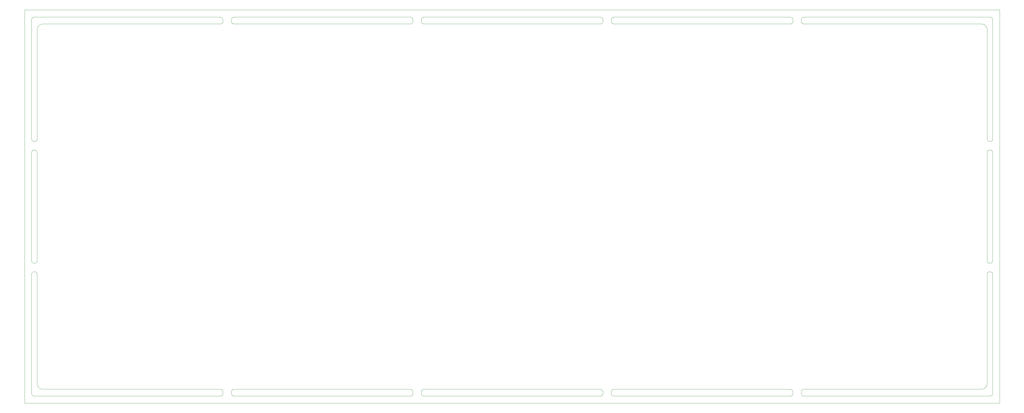
<source format=gbr>
%TF.GenerationSoftware,KiCad,Pcbnew,7.0.9*%
%TF.CreationDate,2024-09-10T22:02:23-04:00*%
%TF.ProjectId,panel,70616e65-6c2e-46b6-9963-61645f706362,0.1*%
%TF.SameCoordinates,Original*%
%TF.FileFunction,Profile,NP*%
%FSLAX46Y46*%
G04 Gerber Fmt 4.6, Leading zero omitted, Abs format (unit mm)*
G04 Created by KiCad (PCBNEW 7.0.9) date 2024-09-10 22:02:23*
%MOMM*%
%LPD*%
G01*
G04 APERTURE LIST*
%TA.AperFunction,Profile*%
%ADD10C,0.100000*%
%TD*%
G04 APERTURE END LIST*
D10*
X39941544Y-114496442D02*
X39956940Y-114543047D01*
X381995184Y-23401981D02*
X381998795Y-23450931D01*
X174095699Y-24803207D02*
X174055570Y-24831469D01*
X381514103Y-110691062D02*
X381471397Y-110715254D01*
X174489176Y-156853268D02*
X174495184Y-156901981D01*
X379911763Y-154586546D02*
X379932669Y-154513484D01*
X173598018Y-24995184D02*
X173549068Y-24998795D01*
X309927555Y-158403989D02*
X309882684Y-158423879D01*
X379789743Y-154892017D02*
X379800898Y-154869276D01*
X39514103Y-70308937D02*
X39555570Y-70335196D01*
X314257019Y-156029968D02*
X314304908Y-156019214D01*
X381857728Y-158014103D02*
X381831469Y-158055570D01*
X310441544Y-23163109D02*
X310456940Y-23209714D01*
X381000000Y-158500000D02*
X314499999Y-158500000D01*
X109726989Y-24634393D02*
X109696792Y-24595699D01*
X381471397Y-70284745D02*
X381514103Y-70308937D01*
X241927555Y-24903989D02*
X241882684Y-24923879D01*
X40631466Y-25541921D02*
X40613108Y-25559372D01*
X245529968Y-24242980D02*
X245519214Y-24195091D01*
X242134393Y-22726989D02*
X242171559Y-22759048D01*
X246257019Y-156029968D02*
X246304908Y-156019214D01*
X38757019Y-70196635D02*
X38804908Y-70185881D01*
X380029968Y-110076314D02*
X380019214Y-110028424D01*
X241882684Y-158423879D02*
X241836890Y-158441544D01*
X381995184Y-66264684D02*
X381989176Y-66313397D01*
X174357728Y-156485896D02*
X174381921Y-156528602D01*
X310240951Y-24671559D02*
X310207107Y-24707107D01*
X380196792Y-66762366D02*
X380168530Y-66722237D01*
X378513484Y-25067330D02*
X378488964Y-25060982D01*
X242055570Y-158331469D02*
X242014103Y-158357728D01*
X241646731Y-158489176D02*
X241598018Y-158495184D01*
X246209714Y-158456940D02*
X246163109Y-158441544D01*
X381740951Y-22828440D02*
X381773010Y-22865606D01*
X313865606Y-156226989D02*
X313904300Y-156196792D01*
X313558455Y-24336890D02*
X313543059Y-24290285D01*
X41223052Y-25157385D02*
X41199776Y-25167373D01*
X381941544Y-157836890D02*
X381923879Y-157882684D01*
X382000000Y-66166667D02*
X381998795Y-66215735D01*
X245668530Y-158055570D02*
X245642271Y-158014103D01*
X38259048Y-70495107D02*
X38292892Y-70459559D01*
X245726989Y-156365606D02*
X245759048Y-156328440D01*
X39923879Y-66549350D02*
X39903989Y-66594222D01*
X381427555Y-110737322D02*
X381382684Y-110757212D01*
X381881921Y-66638063D02*
X381857728Y-66680769D01*
X310423879Y-157882684D02*
X310403989Y-157927555D01*
X314499999Y-25000000D02*
X314450931Y-24998795D01*
X109529968Y-23257019D02*
X109543059Y-23209714D01*
X174423879Y-23117315D02*
X174441544Y-23163109D01*
X41293624Y-155870804D02*
X41317376Y-155879601D01*
X380709714Y-113876392D02*
X380757019Y-113863302D01*
X242240951Y-158171559D02*
X242207107Y-158207107D01*
X109759048Y-24671559D02*
X109726989Y-24634393D01*
X314117315Y-158423879D02*
X314072444Y-158403989D01*
X105500000Y-156000000D02*
X105549068Y-156001204D01*
X41810295Y-25009299D02*
X41785096Y-25011861D01*
X106240951Y-24671559D02*
X106207107Y-24707107D01*
X381941544Y-70829776D02*
X381956940Y-70876381D01*
X40000000Y-153993666D02*
X40000160Y-154006331D01*
X379690317Y-155068505D02*
X379703715Y-155047010D01*
X40785999Y-155589049D02*
X40847252Y-155634028D01*
X38196792Y-66762366D02*
X38168530Y-66722237D01*
X381773010Y-110467726D02*
X381740951Y-110504892D01*
X313501204Y-157549068D02*
X313500000Y-157500000D01*
X109543059Y-156709714D02*
X109558455Y-156663109D01*
X379634028Y-25847252D02*
X379589049Y-25785999D01*
X242441544Y-23163109D02*
X242456940Y-23209714D01*
X381941544Y-66503557D02*
X381923879Y-66549350D01*
X109500000Y-156999999D02*
X109501204Y-156950931D01*
X382000000Y-157500000D02*
X381998795Y-157549068D01*
X314353268Y-22510823D02*
X314401981Y-22504815D01*
X245519214Y-157695091D02*
X245510823Y-157646731D01*
X38328440Y-70425715D02*
X38365606Y-70393655D01*
X381595699Y-22696792D02*
X381634393Y-22726989D01*
X242381921Y-24471397D02*
X242357728Y-24514103D01*
X38404300Y-66969874D02*
X38365606Y-66939677D01*
X39881921Y-110304730D02*
X39857728Y-110347436D01*
X380004815Y-66264684D02*
X380001204Y-66215735D01*
X39195091Y-110814118D02*
X39146731Y-110822509D01*
X381427555Y-70262677D02*
X381471397Y-70284745D01*
X379870804Y-154706375D02*
X379879601Y-154682623D01*
X105971397Y-156118078D02*
X106014103Y-156142271D01*
X313504815Y-23401981D02*
X313510823Y-23353268D01*
X177696792Y-156404300D02*
X177726989Y-156365606D01*
X110257019Y-156029968D02*
X110304908Y-156019214D01*
X379832626Y-154800223D02*
X379842614Y-154776947D01*
X313904300Y-158303207D02*
X313865606Y-158273010D01*
X40043803Y-154414937D02*
X40060982Y-154488964D01*
X242171559Y-158240951D02*
X242134393Y-158273010D01*
X40351501Y-25868041D02*
X40309682Y-25931494D01*
X245529968Y-157742980D02*
X245519214Y-157695091D01*
X380292892Y-110540440D02*
X380259048Y-110504892D01*
X381195091Y-113852548D02*
X381242980Y-113863302D01*
X39989176Y-66313397D02*
X39980785Y-66361757D01*
X380804908Y-110814118D02*
X380757019Y-110803364D01*
X242495184Y-24098018D02*
X242489176Y-24146731D01*
X40309682Y-25931494D02*
X40296284Y-25952989D01*
X314117315Y-22576120D02*
X314163109Y-22558455D01*
X174134393Y-156226989D02*
X174171559Y-156259048D01*
X109510823Y-24146731D02*
X109504815Y-24098018D01*
X105742980Y-156029968D02*
X105790285Y-156043059D01*
X106381921Y-24471397D02*
X106357728Y-24514103D01*
X38485896Y-22642271D02*
X38528602Y-22618078D01*
X40847252Y-155634028D02*
X40868041Y-155648498D01*
X38709714Y-158456940D02*
X38663109Y-158441544D01*
X39970031Y-66409647D02*
X39956940Y-66456952D01*
X106381921Y-23028602D02*
X106403989Y-23072444D01*
X380328440Y-110574284D02*
X380292892Y-110540440D01*
X106055570Y-24831469D02*
X106014103Y-24857728D01*
X309549068Y-158498795D02*
X309500000Y-158500000D01*
X106498795Y-24049068D02*
X106495184Y-24098018D01*
X380853268Y-70177490D02*
X380901981Y-70171481D01*
X110028602Y-24881921D02*
X109985896Y-24857728D01*
X242498795Y-24049068D02*
X242495184Y-24098018D01*
X379842614Y-26223052D02*
X379832626Y-26199776D01*
X39146731Y-70177490D02*
X39195091Y-70185881D01*
X380572444Y-113929343D02*
X380617315Y-113909453D01*
X381707107Y-158207107D02*
X381671559Y-158240951D01*
X106273010Y-158134393D02*
X106240951Y-158171559D01*
X40060982Y-154488964D02*
X40067330Y-154513484D01*
X378214903Y-25011861D02*
X378189704Y-25009299D01*
X39803207Y-66762366D02*
X39773010Y-66801060D01*
X379956196Y-26585062D02*
X379939017Y-26511035D01*
X310303207Y-22904300D02*
X310331469Y-22944429D01*
X38485896Y-67024395D02*
X38444429Y-66998136D01*
X310495184Y-24098018D02*
X310489176Y-24146731D01*
X379690317Y-25931494D02*
X379648498Y-25868041D01*
X174489176Y-24146731D02*
X174480785Y-24195091D01*
X381382684Y-22576120D02*
X381427555Y-22596010D01*
X381514103Y-70308937D02*
X381555570Y-70335196D01*
X174489176Y-23353268D02*
X174495184Y-23401981D01*
X245759048Y-24671559D02*
X245726989Y-24634393D01*
X381740951Y-114161774D02*
X381773010Y-114198939D01*
X40000000Y-114833332D02*
X40000000Y-153993666D01*
X105500000Y-22500000D02*
X105549068Y-22501204D01*
X40351501Y-155131958D02*
X40365971Y-155152747D01*
X38076120Y-114450649D02*
X38096010Y-114405777D01*
X380043059Y-110123618D02*
X380029968Y-110076314D01*
X313696792Y-156404300D02*
X313726989Y-156365606D01*
X40559372Y-25613108D02*
X40541921Y-25631466D01*
X177759048Y-22828440D02*
X177792892Y-22792892D01*
X241742980Y-158470031D02*
X241695091Y-158480785D01*
X38528602Y-22618078D02*
X38572444Y-22596010D01*
X242498795Y-156950931D02*
X242500000Y-156999999D01*
X313596010Y-157927555D02*
X313576120Y-157882684D01*
X174495184Y-23401981D02*
X174498795Y-23450931D01*
X378610713Y-25095818D02*
X378586546Y-25088236D01*
X380226989Y-66801060D02*
X380196792Y-66762366D01*
X313668530Y-22944429D02*
X313696792Y-22904300D01*
X38226989Y-110467726D02*
X38196792Y-110429033D01*
X242480785Y-23304908D02*
X242489176Y-23353268D01*
X381049068Y-70167871D02*
X381098018Y-70171481D01*
X245696792Y-156404300D02*
X245726989Y-156365606D01*
X38485896Y-70308937D02*
X38528602Y-70284745D01*
X39195091Y-67147451D02*
X39146731Y-67155843D01*
X105695091Y-24980785D02*
X105646731Y-24989176D01*
X110450931Y-156001204D02*
X110499999Y-156000000D01*
X177558455Y-23163109D02*
X177576120Y-23117315D01*
X177510823Y-156853268D02*
X177519214Y-156804908D01*
X380076120Y-110216017D02*
X380058455Y-110170223D01*
X38076120Y-110216017D02*
X38058455Y-110170223D01*
X380142271Y-110347436D02*
X380118078Y-110304730D01*
X381471397Y-158381921D02*
X381427555Y-158403989D01*
X245696792Y-24595699D02*
X245668530Y-24555570D01*
X241790285Y-24956940D02*
X241742980Y-24970031D01*
X40043803Y-26585062D02*
X40038705Y-26609872D01*
X245576120Y-24382684D02*
X245558455Y-24336890D01*
X310331469Y-24555570D02*
X310303207Y-24595699D01*
X242456940Y-23209714D02*
X242470031Y-23257019D01*
X106423879Y-24382684D02*
X106403989Y-24427555D01*
X110401981Y-22504815D02*
X110450931Y-22501204D01*
X241882684Y-156076120D02*
X241927555Y-156096010D01*
X40000160Y-26993668D02*
X40000000Y-27006333D01*
X310303207Y-156404300D02*
X310331469Y-156444429D01*
X314209714Y-24956940D02*
X314163109Y-24941544D01*
X380901981Y-110828518D02*
X380853268Y-110822509D01*
X41709711Y-25021462D02*
X41684674Y-25025298D01*
X38999999Y-67166666D02*
X38950931Y-67165462D01*
X381471397Y-113951411D02*
X381514103Y-113975604D01*
X38010823Y-157646731D02*
X38004815Y-157598018D01*
X106357728Y-22985896D02*
X106381921Y-23028602D01*
X39803207Y-70570966D02*
X39831469Y-70611095D01*
X242055570Y-156168530D02*
X242095699Y-156196792D01*
X173646731Y-22510823D02*
X173695091Y-22519214D01*
X174500000Y-156999999D02*
X174500000Y-157500000D01*
X379214000Y-25410950D02*
X379152747Y-25365971D01*
X40009299Y-26810295D02*
X40003528Y-26886069D01*
X41785096Y-155988138D02*
X41810295Y-155990700D01*
X106456940Y-23209714D02*
X106470031Y-23257019D01*
X177618078Y-157971397D02*
X177596010Y-157927555D01*
X40765969Y-155573545D02*
X40785999Y-155589049D01*
X245904300Y-24803207D02*
X245865606Y-24773010D01*
X39671559Y-114092381D02*
X39707107Y-114126226D01*
X174480785Y-157695091D02*
X174470031Y-157742980D01*
X106014103Y-22642271D02*
X106055570Y-22668530D01*
X314163109Y-24941544D02*
X314117315Y-24923879D01*
X242171559Y-24740951D02*
X242134393Y-24773010D01*
X379234030Y-25426454D02*
X379214000Y-25410950D01*
X174303207Y-22904300D02*
X174331469Y-22944429D01*
X381980785Y-23304908D02*
X381989176Y-23353268D01*
X310055570Y-158331469D02*
X310014103Y-158357728D01*
X313519214Y-24195091D02*
X313510823Y-24146731D01*
X105549068Y-158498795D02*
X105500000Y-158500000D01*
X177792892Y-156292892D02*
X177828440Y-156259048D01*
X245668530Y-156444429D02*
X245696792Y-156404300D01*
X174207107Y-24707107D02*
X174171559Y-24740951D01*
X174273010Y-22865606D02*
X174303207Y-22904300D01*
X106273010Y-22865606D02*
X106303207Y-22904300D01*
X38404300Y-158303207D02*
X38365606Y-158273010D01*
X173549068Y-156001204D02*
X173598018Y-156004815D01*
X40765969Y-25426454D02*
X40707073Y-25474478D01*
X382000000Y-23499999D02*
X382000000Y-66166667D01*
X173646731Y-156010823D02*
X173695091Y-156019214D01*
X245543059Y-23209714D02*
X245558455Y-23163109D01*
X245726989Y-22865606D02*
X245759048Y-22828440D01*
X40296284Y-25952989D02*
X40257733Y-26018478D01*
X380000000Y-71166665D02*
X380001204Y-71117598D01*
X245642271Y-22985896D02*
X245668530Y-22944429D01*
X380010823Y-71019935D02*
X380019214Y-70971575D01*
X38058455Y-23163109D02*
X38076120Y-23117315D01*
X310441544Y-156663109D02*
X310456940Y-156709714D01*
X379589049Y-25785999D02*
X379573545Y-25765969D01*
X380328440Y-70425715D02*
X380365606Y-70393655D01*
X109576120Y-24382684D02*
X109558455Y-24336890D01*
X177510823Y-23353268D02*
X177519214Y-23304908D01*
X381740951Y-110504892D02*
X381707107Y-110540440D01*
X246117315Y-24923879D02*
X246072444Y-24903989D01*
X314450931Y-158498795D02*
X314401981Y-158495184D01*
X380001204Y-66215735D02*
X380000000Y-66166667D01*
X380226989Y-70532273D02*
X380259048Y-70495107D01*
X173836890Y-22558455D02*
X173882684Y-22576120D01*
X378800223Y-25167373D02*
X378776947Y-25157385D01*
X174357728Y-22985896D02*
X174381921Y-23028602D01*
X38096010Y-114405777D02*
X38118078Y-114361936D01*
X38019214Y-110028424D02*
X38010823Y-109980064D01*
X380168530Y-70611095D02*
X380196792Y-70570966D01*
X314353268Y-156010823D02*
X314401981Y-156004815D01*
X381956940Y-110123618D02*
X381941544Y-110170223D01*
X381382684Y-70242787D02*
X381427555Y-70262677D01*
X381923879Y-114450649D02*
X381941544Y-114496442D01*
X178499999Y-22500000D02*
X241500000Y-22500000D01*
X39595699Y-114030125D02*
X39634393Y-114060322D01*
X246117315Y-22576120D02*
X246163109Y-22558455D01*
X246117315Y-158423879D02*
X246072444Y-158403989D01*
X38168530Y-110388904D02*
X38142271Y-110347436D01*
X380226989Y-114198939D02*
X380259048Y-114161774D01*
X39336890Y-113891789D02*
X39382684Y-113909453D01*
X245519214Y-23304908D02*
X245529968Y-23257019D01*
X39970031Y-70923685D02*
X39980785Y-70971575D01*
X38196792Y-114237633D02*
X38226989Y-114198939D01*
X381995184Y-157598018D02*
X381989176Y-157646731D01*
X309836890Y-158441544D02*
X309790285Y-158456940D01*
X379996471Y-154113930D02*
X379997753Y-154088634D01*
X310240951Y-156328440D02*
X310273010Y-156365606D01*
X106095699Y-158303207D02*
X106055570Y-158331469D01*
X314257019Y-22529968D02*
X314304908Y-22519214D01*
X242055570Y-22668530D02*
X242095699Y-22696792D01*
X381980785Y-70971575D02*
X381989176Y-71019935D01*
X242303207Y-156404300D02*
X242331469Y-156444429D01*
X245985896Y-156142271D02*
X246028602Y-156118078D01*
X381195091Y-70185881D02*
X381242980Y-70196635D01*
X173790285Y-24956940D02*
X173742980Y-24970031D01*
X242014103Y-156142271D02*
X242055570Y-156168530D01*
X310470031Y-156757019D02*
X310480785Y-156804908D01*
X314072444Y-156096010D02*
X314117315Y-156076120D01*
X378488964Y-155939017D02*
X378513484Y-155932669D01*
X174456940Y-23209714D02*
X174470031Y-23257019D01*
X379997753Y-154088634D02*
X379999839Y-154006331D01*
X382000000Y-114833332D02*
X382000000Y-157500000D01*
X381980785Y-110028424D02*
X381970031Y-110076314D01*
X178499999Y-158500000D02*
X178450931Y-158498795D01*
X381634393Y-110606344D02*
X381595699Y-110636541D01*
X178499999Y-25000000D02*
X178450931Y-24998795D01*
X110401981Y-156004815D02*
X110450931Y-156001204D01*
X378390127Y-25038705D02*
X378315325Y-25025298D01*
X245596010Y-157927555D02*
X245576120Y-157882684D01*
X39336890Y-67108210D02*
X39290285Y-67123607D01*
X109865606Y-22726989D02*
X109904300Y-22696792D01*
X174134393Y-22726989D02*
X174171559Y-22759048D01*
X40257733Y-154981521D02*
X40296284Y-155047010D01*
X380043059Y-114543047D02*
X380058455Y-114496442D01*
X105742980Y-158470031D02*
X105695091Y-158480785D01*
X242171559Y-22759048D02*
X242207107Y-22792892D01*
X246072444Y-156096010D02*
X246117315Y-156076120D01*
X177558455Y-156663109D02*
X177576120Y-156617315D01*
X379961294Y-26609872D02*
X379956196Y-26585062D01*
X177985896Y-158357728D02*
X177944429Y-158331469D01*
X313558455Y-156663109D02*
X313576120Y-156617315D01*
X106489176Y-23353268D02*
X106495184Y-23401981D01*
X38709714Y-70209726D02*
X38757019Y-70196635D01*
X246353268Y-156010823D02*
X246401981Y-156004815D01*
X245519214Y-24195091D02*
X245510823Y-24146731D01*
X40541921Y-25631466D02*
X40490976Y-25687854D01*
X245668530Y-24555570D02*
X245642271Y-24514103D01*
X38292892Y-114126226D02*
X38328440Y-114092381D01*
X39671559Y-70425715D02*
X39707107Y-70459559D01*
X381242980Y-22529968D02*
X381290285Y-22543059D01*
X381336890Y-110774877D02*
X381290285Y-110790273D01*
X105927555Y-156096010D02*
X105971397Y-156118078D01*
X38617315Y-67090546D02*
X38572444Y-67070656D01*
X38043059Y-66456952D02*
X38029968Y-66409647D01*
X381970031Y-114590352D02*
X381980785Y-114638242D01*
X106381921Y-157971397D02*
X106357728Y-158014103D01*
X40025298Y-26684674D02*
X40021462Y-26709711D01*
X246499999Y-158500000D02*
X246450931Y-158498795D01*
X310456940Y-157790285D02*
X310441544Y-157836890D01*
X40785999Y-25410950D02*
X40765969Y-25426454D01*
X177504815Y-24098018D02*
X177501204Y-24049068D01*
X105882684Y-156076120D02*
X105927555Y-156096010D01*
X174480785Y-24195091D02*
X174470031Y-24242980D01*
X245510823Y-24146731D02*
X245504815Y-24098018D01*
X38709714Y-113876392D02*
X38757019Y-113863302D01*
X314257019Y-158470031D02*
X314209714Y-158456940D01*
X241646731Y-24989176D02*
X241598018Y-24995184D01*
X177501204Y-156950931D02*
X177504815Y-156901981D01*
X109944429Y-156168530D02*
X109985896Y-156142271D01*
X245529968Y-156757019D02*
X245543059Y-156709714D01*
X379573545Y-155234030D02*
X379589049Y-155214000D01*
X177519214Y-156804908D02*
X177529968Y-156757019D01*
X381146731Y-70177490D02*
X381195091Y-70185881D01*
X381989176Y-157646731D02*
X381980785Y-157695091D01*
X174055570Y-24831469D02*
X174014103Y-24857728D01*
X38572444Y-67070656D02*
X38528602Y-67048588D01*
X309742980Y-22529968D02*
X309790285Y-22543059D01*
X381831469Y-70611095D02*
X381857728Y-70652563D01*
X246163109Y-158441544D02*
X246117315Y-158423879D01*
X381995184Y-114735315D02*
X381998795Y-114784264D01*
X381555570Y-22668530D02*
X381595699Y-22696792D01*
X106489176Y-156853268D02*
X106495184Y-156901981D01*
X38999999Y-110833333D02*
X38950931Y-110832128D01*
X178072444Y-156096010D02*
X178117315Y-156076120D01*
X313500000Y-157500000D02*
X313500000Y-156999999D01*
X381242980Y-113863302D02*
X381290285Y-113876392D01*
X379904181Y-26389286D02*
X379879601Y-26317376D01*
X178117315Y-24923879D02*
X178072444Y-24903989D01*
X380617315Y-110757212D02*
X380572444Y-110737322D01*
X109828440Y-22759048D02*
X109865606Y-22726989D01*
X381146731Y-22510823D02*
X381195091Y-22519214D01*
X39831469Y-70611095D02*
X39857728Y-70652563D01*
X310331469Y-158055570D02*
X310303207Y-158095699D01*
X38043059Y-157790285D02*
X38029968Y-157742980D01*
X245510823Y-156853268D02*
X245519214Y-156804908D01*
X380663109Y-113891789D02*
X380709714Y-113876392D01*
X381427555Y-67070656D02*
X381382684Y-67090546D01*
X310331469Y-156444429D02*
X310357728Y-156485896D01*
X245500000Y-156999999D02*
X245501204Y-156950931D01*
X380019214Y-70971575D02*
X380029968Y-70923685D01*
X38528602Y-110715254D02*
X38485896Y-110691062D01*
X38168530Y-66722237D02*
X38142271Y-66680769D01*
X242331469Y-22944429D02*
X242357728Y-22985896D01*
X177792892Y-158207107D02*
X177759048Y-158171559D01*
X106456940Y-156709714D02*
X106470031Y-156757019D01*
X109828440Y-158240951D02*
X109792892Y-158207107D01*
X177696792Y-22904300D02*
X177726989Y-22865606D01*
X39857728Y-70652563D02*
X39881921Y-70695269D01*
X177642271Y-24514103D02*
X177618078Y-24471397D01*
X310134393Y-24773010D02*
X310095699Y-24803207D01*
X39995184Y-71068648D02*
X39998795Y-71117598D01*
X174273010Y-156365606D02*
X174303207Y-156404300D01*
X109596010Y-157927555D02*
X109576120Y-157882684D01*
X381857728Y-70652563D02*
X381881921Y-70695269D01*
X39242980Y-110803364D02*
X39195091Y-110814118D01*
X38096010Y-157927555D02*
X38076120Y-157882684D01*
X110072444Y-22596010D02*
X110117315Y-22576120D01*
X40129195Y-154706375D02*
X40157385Y-154776947D01*
X174456940Y-157790285D02*
X174441544Y-157836890D01*
X381242980Y-67136697D02*
X381195091Y-67147451D01*
X40011861Y-154214903D02*
X40021462Y-154290288D01*
X105927555Y-24903989D02*
X105882684Y-24923879D01*
X379988138Y-26785096D02*
X379978537Y-26709711D01*
X313558455Y-23163109D02*
X313576120Y-23117315D01*
X313618078Y-24471397D02*
X313596010Y-24427555D01*
X38226989Y-70532273D02*
X38259048Y-70495107D01*
X40088236Y-154586546D02*
X40095818Y-154610713D01*
X109504815Y-24098018D02*
X109501204Y-24049068D01*
X381881921Y-110304730D02*
X381857728Y-110347436D01*
X313576120Y-156617315D02*
X313596010Y-156572444D01*
X246028602Y-156118078D02*
X246072444Y-156096010D01*
X40410950Y-155214000D02*
X40426454Y-155234030D01*
X380950931Y-113834537D02*
X380999999Y-113833333D01*
X173695091Y-156019214D02*
X173742980Y-156029968D01*
X109668530Y-22944429D02*
X109696792Y-22904300D01*
X106273010Y-24634393D02*
X106240951Y-24671559D01*
X381098018Y-113838148D02*
X381146731Y-113844156D01*
X106498795Y-156950931D02*
X106500000Y-156999999D01*
X246209714Y-22543059D02*
X246257019Y-22529968D01*
X109519214Y-156804908D02*
X109529968Y-156757019D01*
X178257019Y-24970031D02*
X178209714Y-24956940D01*
X109510823Y-23353268D02*
X109519214Y-23304908D01*
X39382684Y-67090546D02*
X39336890Y-67108210D01*
X313985896Y-24857728D02*
X313944429Y-24831469D01*
X177501204Y-157549068D02*
X177500000Y-157500000D01*
X381195091Y-22519214D02*
X381242980Y-22529968D01*
X38000000Y-157500000D02*
X38000000Y-114833332D01*
X40490976Y-25687854D02*
X40474478Y-25707073D01*
X105882684Y-22576120D02*
X105927555Y-22596010D01*
X40474478Y-155292926D02*
X40490976Y-155312145D01*
X242500000Y-157500000D02*
X242498795Y-157549068D01*
X38292892Y-70459559D02*
X38328440Y-70425715D01*
X40038705Y-26609872D02*
X40025298Y-26684674D01*
X39382684Y-70242787D02*
X39427555Y-70262677D01*
X38950931Y-67165462D02*
X38901981Y-67161851D01*
X246163109Y-24941544D02*
X246117315Y-24923879D01*
X314450931Y-24998795D02*
X314401981Y-24995184D01*
X106470031Y-24242980D02*
X106456940Y-24290285D01*
X173598018Y-22504815D02*
X173646731Y-22510823D01*
X380118078Y-110304730D02*
X380096010Y-110260888D01*
X106500000Y-156999999D02*
X106500000Y-157500000D01*
X381290285Y-67123607D02*
X381242980Y-67136697D01*
X40002246Y-154088634D02*
X40003528Y-154113930D01*
X105971397Y-158381921D02*
X105927555Y-158403989D01*
X380058455Y-70829776D02*
X380076120Y-70783982D01*
X38950931Y-158498795D02*
X38901981Y-158495184D01*
X381803207Y-70570966D02*
X381831469Y-70611095D01*
X241742980Y-24970031D02*
X241695091Y-24980785D01*
X38010823Y-23353268D02*
X38019214Y-23304908D01*
X309500000Y-25000000D02*
X246499999Y-25000000D01*
X241500000Y-158500000D02*
X178499999Y-158500000D01*
X246353268Y-158489176D02*
X246304908Y-158480785D01*
X110028602Y-156118078D02*
X110072444Y-156096010D01*
X380901981Y-70171481D02*
X380950931Y-70167871D01*
X310489176Y-23353268D02*
X310495184Y-23401981D01*
X106171559Y-24740951D02*
X106134393Y-24773010D01*
X384487727Y-160999999D02*
X384499704Y-160999705D01*
X379292926Y-25474478D02*
X379234030Y-25426454D01*
X177668530Y-156444429D02*
X177696792Y-156404300D01*
X106207107Y-22792892D02*
X106240951Y-22828440D01*
X174381921Y-157971397D02*
X174357728Y-158014103D01*
X38010823Y-71019935D02*
X38019214Y-70971575D01*
X40365971Y-155152747D02*
X40410950Y-155214000D01*
X378315325Y-25025298D02*
X378290288Y-25021462D01*
X177543059Y-24290285D02*
X177529968Y-24242980D01*
X39831469Y-110388904D02*
X39803207Y-110429033D01*
X173927555Y-24903989D02*
X173882684Y-24923879D01*
X381707107Y-66873773D02*
X381671559Y-66907618D01*
X39881921Y-70695269D02*
X39903989Y-70739111D01*
X38076120Y-70783982D02*
X38096010Y-70739111D01*
X109759048Y-158171559D02*
X109726989Y-158134393D01*
X106500000Y-24000000D02*
X106498795Y-24049068D01*
X378290288Y-155978537D02*
X378315325Y-155974701D01*
X38663109Y-70225122D02*
X38709714Y-70209726D01*
X38365606Y-70393655D02*
X38404300Y-70363458D01*
X313501204Y-156950931D02*
X313504815Y-156901981D01*
X106441544Y-156663109D02*
X106456940Y-156709714D01*
X241742980Y-22529968D02*
X241790285Y-22543059D01*
X379440627Y-25613108D02*
X379386891Y-25559372D01*
X38118078Y-114361936D02*
X38142271Y-114319230D01*
X106303207Y-22904300D02*
X106331469Y-22944429D01*
X106403989Y-24427555D02*
X106381921Y-24471397D01*
X379458078Y-25631466D02*
X379440627Y-25613108D01*
X381671559Y-70425715D02*
X381707107Y-70459559D01*
X177944429Y-24831469D02*
X177904300Y-24803207D01*
X313543059Y-157790285D02*
X313529968Y-157742980D01*
X38617315Y-158423879D02*
X38572444Y-158403989D01*
X39382684Y-113909453D02*
X39427555Y-113929343D01*
X173836890Y-158441544D02*
X173790285Y-158456940D01*
X173549068Y-22501204D02*
X173598018Y-22504815D01*
X314209714Y-156043059D02*
X314257019Y-156029968D01*
X106171559Y-156259048D02*
X106207107Y-156292892D01*
X245618078Y-156528602D02*
X245642271Y-156485896D01*
X310456940Y-23209714D02*
X310470031Y-23257019D01*
X106495184Y-157598018D02*
X106489176Y-157646731D01*
X177504815Y-23401981D02*
X177510823Y-23353268D01*
X380404300Y-66969874D02*
X380365606Y-66939677D01*
X109596010Y-156572444D02*
X109618078Y-156528602D01*
X380043059Y-70876381D02*
X380058455Y-70829776D01*
X380118078Y-70695269D02*
X380142271Y-70652563D01*
X314353268Y-158489176D02*
X314304908Y-158480785D01*
X310441544Y-24336890D02*
X310423879Y-24382684D01*
X380365606Y-66939677D02*
X380328440Y-66907618D01*
X381980785Y-157695091D02*
X381970031Y-157742980D01*
X174403989Y-156572444D02*
X174423879Y-156617315D01*
X380076120Y-70783982D02*
X380096010Y-70739111D01*
X177596010Y-156572444D02*
X177618078Y-156528602D01*
X379956196Y-154414937D02*
X379961294Y-154390127D01*
X378959375Y-155754558D02*
X378981521Y-155742266D01*
X313500000Y-23499999D02*
X313501204Y-23450931D01*
X380168530Y-114277762D02*
X380196792Y-114237633D01*
X242331469Y-158055570D02*
X242303207Y-158095699D01*
X38001204Y-23450931D02*
X38004815Y-23401981D01*
X310489176Y-157646731D02*
X310480785Y-157695091D01*
X310495184Y-157598018D02*
X310489176Y-157646731D01*
X313865606Y-158273010D02*
X313828440Y-158240951D01*
X40021462Y-26709711D02*
X40011861Y-26785096D01*
X382000000Y-71166665D02*
X382000000Y-109833334D01*
X381956940Y-157790285D02*
X381941544Y-157836890D01*
X313759048Y-24671559D02*
X313726989Y-24634393D01*
X310423879Y-24382684D02*
X310403989Y-24427555D01*
X39773010Y-110467726D02*
X39740951Y-110504892D01*
X380168530Y-66722237D02*
X380142271Y-66680769D01*
X313985896Y-156142271D02*
X314028602Y-156118078D01*
X109504815Y-156901981D02*
X109510823Y-156853268D01*
X174207107Y-156292892D02*
X174240951Y-156328440D01*
X246353268Y-24989176D02*
X246304908Y-24980785D01*
X313642271Y-24514103D02*
X313618078Y-24471397D01*
X246304908Y-22519214D02*
X246353268Y-22510823D01*
X41585062Y-25043803D02*
X41511035Y-25060982D01*
X105598018Y-24995184D02*
X105549068Y-24998795D01*
X39998795Y-114784264D02*
X40000000Y-114833332D01*
X110028602Y-158381921D02*
X109985896Y-158357728D01*
X39427555Y-70262677D02*
X39471397Y-70284745D01*
X38901981Y-113838148D02*
X38950931Y-113834537D01*
X309500000Y-156000000D02*
X309549068Y-156001204D01*
X379131958Y-155648498D02*
X379152747Y-155634028D01*
X174441544Y-157836890D02*
X174423879Y-157882684D01*
X379999839Y-154006331D02*
X379999999Y-153993666D01*
X242480785Y-157695091D02*
X242470031Y-157742980D01*
X110163109Y-22558455D02*
X110209714Y-22543059D01*
X105742980Y-24970031D02*
X105695091Y-24980785D01*
X38226989Y-158134393D02*
X38196792Y-158095699D01*
X39903989Y-66594222D02*
X39881921Y-66638063D01*
X381773010Y-158134393D02*
X381740951Y-158171559D01*
X242095699Y-158303207D02*
X242055570Y-158331469D01*
X245596010Y-156572444D02*
X245618078Y-156528602D01*
X109501204Y-156950931D02*
X109504815Y-156901981D01*
X381555570Y-110664803D02*
X381514103Y-110691062D01*
X309742980Y-156029968D02*
X309790285Y-156043059D01*
X380096010Y-66594222D02*
X380076120Y-66549350D01*
X310014103Y-24857728D02*
X309971397Y-24881921D01*
X39555570Y-66998136D02*
X39514103Y-67024395D01*
X380709714Y-110790273D02*
X380663109Y-110774877D01*
X38663109Y-158441544D02*
X38617315Y-158423879D01*
X38058455Y-114496442D02*
X38076120Y-114450649D01*
X309646731Y-22510823D02*
X309695091Y-22519214D01*
X378800223Y-155832626D02*
X378869276Y-155800898D01*
X245696792Y-158095699D02*
X245668530Y-158055570D01*
X241646731Y-156010823D02*
X241695091Y-156019214D01*
X241549068Y-22501204D02*
X241598018Y-22504815D01*
X381336890Y-67108210D02*
X381290285Y-67123607D01*
X39998795Y-71117598D02*
X40000000Y-71166665D01*
X380096010Y-110260888D02*
X380076120Y-110216017D01*
X381555570Y-66998136D02*
X381514103Y-67024395D01*
X39195091Y-113852548D02*
X39242980Y-113863302D01*
X379800898Y-26130723D02*
X379789743Y-26107982D01*
X38043059Y-70876381D02*
X38058455Y-70829776D01*
X38999999Y-22500000D02*
X105500000Y-22500000D01*
X246028602Y-22618078D02*
X246072444Y-22596010D01*
X242441544Y-24336890D02*
X242423879Y-24382684D01*
X40088236Y-26413453D02*
X40067330Y-26486515D01*
X40003528Y-154113930D02*
X40009299Y-154189704D01*
X177618078Y-156528602D02*
X177642271Y-156485896D01*
X381998795Y-66215735D02*
X381995184Y-66264684D01*
X110304908Y-156019214D02*
X110353268Y-156010823D01*
X380804908Y-67147451D02*
X380757019Y-67136697D01*
X380196792Y-114237633D02*
X380226989Y-114198939D01*
X314163109Y-22558455D02*
X314209714Y-22543059D01*
X242381921Y-23028602D02*
X242403989Y-23072444D01*
X38292892Y-22792892D02*
X38328440Y-22759048D01*
X41609872Y-155961294D02*
X41684674Y-155974701D01*
X109696792Y-24595699D02*
X109668530Y-24555570D01*
X381098018Y-110828518D02*
X381049068Y-110832128D01*
X313696792Y-158095699D02*
X313668530Y-158055570D01*
X313529968Y-157742980D02*
X313519214Y-157695091D01*
X41609872Y-25038705D02*
X41585062Y-25043803D01*
X246450931Y-24998795D02*
X246401981Y-24995184D01*
X378113930Y-25003528D02*
X378088634Y-25002246D01*
X309598018Y-24995184D02*
X309549068Y-24998795D01*
X245500000Y-23499999D02*
X245501204Y-23450931D01*
X378981521Y-25257733D02*
X378959375Y-25245441D01*
X381146731Y-67155843D02*
X381098018Y-67161851D01*
X310480785Y-156804908D02*
X310489176Y-156853268D01*
X174441544Y-156663109D02*
X174456940Y-156709714D01*
X38804908Y-22519214D02*
X38853268Y-22510823D01*
X39773010Y-114198939D02*
X39803207Y-114237633D01*
X381049068Y-67165462D02*
X381000000Y-67166666D01*
X313759048Y-158171559D02*
X313726989Y-158134393D01*
X378315325Y-155974701D02*
X378390127Y-155961294D01*
X378682623Y-155879601D02*
X378706375Y-155870804D01*
X314499999Y-22500000D02*
X381000000Y-22500000D01*
X309971397Y-24881921D02*
X309927555Y-24903989D01*
X310055570Y-156168530D02*
X310095699Y-156196792D01*
X309500000Y-22500000D02*
X309549068Y-22501204D01*
X38029968Y-114590352D02*
X38043059Y-114543047D01*
X313576120Y-24382684D02*
X313558455Y-24336890D01*
X377993666Y-155999999D02*
X378006331Y-155999839D01*
X378113930Y-155996471D02*
X378189704Y-155990700D01*
X379292926Y-155525521D02*
X379312145Y-155509023D01*
X38142271Y-114319230D02*
X38168530Y-114277762D01*
X109504815Y-23401981D02*
X109510823Y-23353268D01*
X41199776Y-25167373D02*
X41130723Y-25199101D01*
X40199101Y-26130723D02*
X40167373Y-26199776D01*
X39707107Y-110540440D02*
X39671559Y-110574284D01*
X380000000Y-153993666D02*
X380000000Y-114833332D01*
X246028602Y-158381921D02*
X245985896Y-158357728D01*
X380029968Y-114590352D02*
X380043059Y-114543047D01*
X174480785Y-23304908D02*
X174489176Y-23353268D01*
X381671559Y-158240951D02*
X381634393Y-158273010D01*
X174495184Y-24098018D02*
X174489176Y-24146731D01*
X380663109Y-110774877D02*
X380617315Y-110757212D01*
X245944429Y-24831469D02*
X245904300Y-24803207D01*
X245726989Y-24634393D02*
X245696792Y-24595699D01*
X35512272Y-20000000D02*
X35500295Y-20000294D01*
X173500000Y-22500000D02*
X173549068Y-22501204D01*
X381989176Y-66313397D02*
X381980785Y-66361757D01*
X380142271Y-70652563D02*
X380168530Y-70611095D01*
X310381921Y-157971397D02*
X310357728Y-158014103D01*
X314257019Y-24970031D02*
X314209714Y-24956940D01*
X245596010Y-24427555D02*
X245576120Y-24382684D01*
X245501204Y-24049068D02*
X245500000Y-24000000D01*
X173836890Y-156058455D02*
X173882684Y-156076120D01*
X109576120Y-23117315D02*
X109596010Y-23072444D01*
X109944429Y-158331469D02*
X109904300Y-158303207D01*
X381923879Y-66549350D02*
X381903989Y-66594222D01*
X39049068Y-70167871D02*
X39098018Y-70171481D01*
X178353268Y-156010823D02*
X178401981Y-156004815D01*
X174331469Y-22944429D02*
X174357728Y-22985896D01*
X378290288Y-25021462D02*
X378214903Y-25011861D01*
X245576120Y-157882684D02*
X245558455Y-157836890D01*
X105646731Y-24989176D02*
X105598018Y-24995184D01*
X109529968Y-24242980D02*
X109519214Y-24195091D01*
X241836890Y-158441544D02*
X241790285Y-158456940D01*
X40038705Y-154390127D02*
X40043803Y-154414937D01*
X39290285Y-67123607D02*
X39242980Y-67136697D01*
X380292892Y-70459559D02*
X380328440Y-70425715D01*
X39803207Y-110429033D02*
X39773010Y-110467726D01*
X245618078Y-23028602D02*
X245642271Y-22985896D01*
X41709711Y-155978537D02*
X41785096Y-155988138D01*
X110401981Y-158495184D02*
X110353268Y-158489176D01*
X380709714Y-67123607D02*
X380663109Y-67108210D01*
X174134393Y-158273010D02*
X174095699Y-158303207D01*
X40129195Y-26293624D02*
X40120398Y-26317376D01*
X379754558Y-154959375D02*
X379789743Y-154892017D01*
X39514103Y-67024395D02*
X39471397Y-67048588D01*
X40000000Y-27006333D02*
X40000000Y-66166667D01*
X381336890Y-158441544D02*
X381290285Y-158456940D01*
X39740951Y-114161774D02*
X39773010Y-114198939D01*
X39336890Y-110774877D02*
X39290285Y-110790273D01*
X381970031Y-110076314D02*
X381956940Y-110123618D01*
X380709714Y-70209726D02*
X380757019Y-70196635D01*
X106014103Y-158357728D02*
X105971397Y-158381921D01*
X381336890Y-22558455D02*
X381382684Y-22576120D01*
X109668530Y-158055570D02*
X109642271Y-158014103D01*
X173790285Y-156043059D02*
X173836890Y-156058455D01*
X381803207Y-114237633D02*
X381831469Y-114277762D01*
X381941544Y-114496442D02*
X381956940Y-114543047D01*
X310500000Y-23499999D02*
X310500000Y-24000000D01*
X246401981Y-22504815D02*
X246450931Y-22501204D01*
X310134393Y-156226989D02*
X310171559Y-156259048D01*
X174403989Y-24427555D02*
X174381921Y-24471397D01*
X245500000Y-157500000D02*
X245500000Y-156999999D01*
X106489176Y-24146731D02*
X106480785Y-24195091D01*
X109865606Y-156226989D02*
X109904300Y-156196792D01*
X242441544Y-156663109D02*
X242456940Y-156709714D01*
X40199101Y-154869276D02*
X40210256Y-154892017D01*
X242095699Y-22696792D02*
X242134393Y-22726989D01*
X378414937Y-155956196D02*
X378488964Y-155939017D01*
X245504815Y-157598018D02*
X245501204Y-157549068D01*
X39989176Y-114686602D02*
X39995184Y-114735315D01*
X38226989Y-66801060D02*
X38196792Y-66762366D01*
X105971397Y-24881921D02*
X105927555Y-24903989D01*
X245944429Y-156168530D02*
X245985896Y-156142271D01*
X381956940Y-114543047D02*
X381970031Y-114590352D01*
X105646731Y-158489176D02*
X105598018Y-158495184D01*
X109576120Y-156617315D02*
X109596010Y-156572444D01*
X309695091Y-158480785D02*
X309646731Y-158489176D01*
X39671559Y-66907618D02*
X39634393Y-66939677D01*
X178304908Y-158480785D02*
X178257019Y-158470031D01*
X38058455Y-70829776D02*
X38076120Y-70783982D01*
X380000000Y-109833334D02*
X380000000Y-71166665D01*
X39923879Y-110216017D02*
X39903989Y-110260888D01*
X310357728Y-156485896D02*
X310381921Y-156528602D01*
X381634393Y-158273010D02*
X381595699Y-158303207D01*
X110304908Y-24980785D02*
X110257019Y-24970031D01*
X245501204Y-23450931D02*
X245504815Y-23401981D01*
X106441544Y-23163109D02*
X106456940Y-23209714D01*
X110304908Y-22519214D02*
X110353268Y-22510823D01*
X378189704Y-155990700D02*
X378214903Y-155988138D01*
X313944429Y-156168530D02*
X313985896Y-156142271D01*
X379047010Y-155703715D02*
X379068505Y-155690317D01*
X38001204Y-109882401D02*
X38000000Y-109833334D01*
X39000000Y-70166666D02*
X39049068Y-70167871D01*
X39956940Y-110123618D02*
X39941544Y-110170223D01*
X39049068Y-110832128D02*
X39000000Y-110833333D01*
X381803207Y-158095699D02*
X381773010Y-158134393D01*
X41317376Y-25120398D02*
X41293624Y-25129195D01*
X109759048Y-22828440D02*
X109792892Y-22792892D01*
X106480785Y-24195091D02*
X106470031Y-24242980D01*
X309598018Y-158495184D02*
X309549068Y-158498795D01*
X245510823Y-23353268D02*
X245519214Y-23304908D01*
X309549068Y-24998795D02*
X309500000Y-25000000D01*
X105500000Y-25000000D02*
X42006333Y-25000000D01*
X109904300Y-24803207D02*
X109865606Y-24773010D01*
X38404300Y-22696792D02*
X38444429Y-22668530D01*
X242014103Y-24857728D02*
X241971397Y-24881921D01*
X174207107Y-158207107D02*
X174171559Y-158240951D01*
X380999999Y-110833333D02*
X380950931Y-110832128D01*
X379589049Y-155214000D02*
X379634028Y-155152747D01*
X35500000Y-20012272D02*
X35500000Y-160987727D01*
X313596010Y-24427555D02*
X313576120Y-24382684D01*
X106134393Y-158273010D02*
X106095699Y-158303207D01*
X41018478Y-25257733D02*
X40952989Y-25296284D01*
X380118078Y-66638063D02*
X380096010Y-66594222D01*
X310207107Y-158207107D02*
X310171559Y-158240951D01*
X178257019Y-156029968D02*
X178304908Y-156019214D01*
X173971397Y-156118078D02*
X174014103Y-156142271D01*
X40931494Y-25309682D02*
X40868041Y-25351501D01*
X178257019Y-158470031D02*
X178209714Y-158456940D01*
X38259048Y-66838225D02*
X38226989Y-66801060D01*
X245985896Y-158357728D02*
X245944429Y-158331469D01*
X242489176Y-23353268D02*
X242495184Y-23401981D01*
X106014103Y-24857728D02*
X105971397Y-24881921D01*
X380572444Y-110737322D02*
X380528602Y-110715254D01*
X177558455Y-24336890D02*
X177543059Y-24290285D01*
X245985896Y-24857728D02*
X245944429Y-24831469D01*
X174381921Y-156528602D02*
X174403989Y-156572444D01*
X39740951Y-70495107D02*
X39773010Y-70532273D01*
X41886069Y-155996471D02*
X41911365Y-155997753D01*
X380444429Y-66998136D02*
X380404300Y-66969874D01*
X106095699Y-22696792D02*
X106134393Y-22726989D01*
X245904300Y-156196792D02*
X245944429Y-156168530D01*
X380292892Y-114126226D02*
X380328440Y-114092381D01*
X39634393Y-70393655D02*
X39671559Y-70425715D01*
X178450931Y-158498795D02*
X178401981Y-158495184D01*
X38076120Y-23117315D02*
X38096010Y-23072444D01*
X381049068Y-113834537D02*
X381098018Y-113838148D01*
X38528602Y-67048588D02*
X38485896Y-67024395D01*
X245576120Y-156617315D02*
X245596010Y-156572444D01*
X38444429Y-66998136D02*
X38404300Y-66969874D01*
X242495184Y-157598018D02*
X242489176Y-157646731D01*
X381989176Y-109980064D02*
X381980785Y-110028424D01*
X242134393Y-24773010D02*
X242095699Y-24803207D01*
X313726989Y-158134393D02*
X313696792Y-158095699D01*
X177828440Y-24740951D02*
X177792892Y-24707107D01*
X38118078Y-70695269D02*
X38142271Y-70652563D01*
X174489176Y-157646731D02*
X174480785Y-157695091D01*
X379131958Y-25351501D02*
X379068505Y-25309682D01*
X106480785Y-156804908D02*
X106489176Y-156853268D01*
X178209714Y-156043059D02*
X178257019Y-156029968D01*
X38259048Y-22828440D02*
X38292892Y-22792892D01*
X381773010Y-66801060D02*
X381740951Y-66838225D01*
X174331469Y-24555570D02*
X174303207Y-24595699D01*
X39427555Y-113929343D02*
X39471397Y-113951411D01*
X380617315Y-113909453D02*
X380663109Y-113891789D01*
X41911365Y-155997753D02*
X41993668Y-155999839D01*
X174456940Y-24290285D02*
X174441544Y-24336890D01*
X106381921Y-156528602D02*
X106403989Y-156572444D01*
X379152747Y-25365971D02*
X379131958Y-25351501D01*
X38528602Y-70284745D02*
X38572444Y-70262677D01*
X380004815Y-109931351D02*
X380001204Y-109882401D01*
X379996471Y-26886069D02*
X379990700Y-26810295D01*
X109618078Y-157971397D02*
X109596010Y-157927555D01*
X177865606Y-156226989D02*
X177904300Y-156196792D01*
X177726989Y-22865606D02*
X177759048Y-22828440D01*
X39903989Y-110260888D02*
X39881921Y-110304730D01*
X379932669Y-154513484D02*
X379939017Y-154488964D01*
X242403989Y-24427555D02*
X242381921Y-24471397D01*
X39595699Y-70363458D02*
X39634393Y-70393655D01*
X242381921Y-156528602D02*
X242403989Y-156572444D01*
X38950931Y-22501204D02*
X38999999Y-22500000D01*
X381514103Y-22642271D02*
X381555570Y-22668530D01*
X380000000Y-114833332D02*
X380001204Y-114784264D01*
X381803207Y-22904300D02*
X381831469Y-22944429D01*
X310500000Y-156999999D02*
X310500000Y-157500000D01*
X178304908Y-156019214D02*
X178353268Y-156010823D01*
X41317376Y-155879601D02*
X41389286Y-155904181D01*
X177642271Y-158014103D02*
X177618078Y-157971397D01*
X177865606Y-158273010D02*
X177828440Y-158240951D01*
X110072444Y-158403989D02*
X110028602Y-158381921D01*
X381336890Y-113891789D02*
X381382684Y-113909453D01*
X379978537Y-154290288D02*
X379988138Y-154214903D01*
X109985896Y-24857728D02*
X109944429Y-24831469D01*
X382000000Y-109833334D02*
X381998795Y-109882401D01*
X381923879Y-70783982D02*
X381941544Y-70829776D01*
X241836890Y-22558455D02*
X241882684Y-22576120D01*
X39956940Y-114543047D02*
X39970031Y-114590352D01*
X109865606Y-158273010D02*
X109828440Y-158240951D01*
X109510823Y-156853268D02*
X109519214Y-156804908D01*
X38000000Y-114833332D02*
X38001204Y-114784264D01*
X309971397Y-156118078D02*
X310014103Y-156142271D01*
X106055570Y-22668530D02*
X106095699Y-22696792D01*
X246257019Y-22529968D02*
X246304908Y-22519214D01*
X110163109Y-156058455D02*
X110209714Y-156043059D01*
X106495184Y-156901981D02*
X106498795Y-156950931D01*
X314209714Y-22543059D02*
X314257019Y-22529968D01*
X39881921Y-114361936D02*
X39903989Y-114405777D01*
X245576120Y-23117315D02*
X245596010Y-23072444D01*
X241836890Y-24941544D02*
X241790285Y-24956940D01*
X40025298Y-154315325D02*
X40038705Y-154390127D01*
X313529968Y-24242980D02*
X313519214Y-24195091D01*
X109904300Y-156196792D02*
X109944429Y-156168530D01*
X379648498Y-155131958D02*
X379690317Y-155068505D01*
X38076120Y-157882684D02*
X38058455Y-157836890D01*
X174014103Y-22642271D02*
X174055570Y-22668530D01*
X380029968Y-66409647D02*
X380019214Y-66361757D01*
X174498795Y-157549068D02*
X174495184Y-157598018D01*
X245558455Y-24336890D02*
X245543059Y-24290285D01*
X39941544Y-70829776D02*
X39956940Y-70876381D01*
X110450931Y-24998795D02*
X110401981Y-24995184D01*
X242403989Y-156572444D02*
X242423879Y-156617315D01*
X309882684Y-24923879D02*
X309836890Y-24941544D01*
X310171559Y-156259048D02*
X310207107Y-156292892D01*
X380853268Y-113844156D02*
X380901981Y-113838148D01*
X314028602Y-158381921D02*
X313985896Y-158357728D01*
X39989176Y-109980064D02*
X39980785Y-110028424D01*
X313696792Y-24595699D02*
X313668530Y-24555570D01*
X379932669Y-26486515D02*
X379911763Y-26413453D01*
X379509023Y-155312145D02*
X379525521Y-155292926D01*
X38168530Y-22944429D02*
X38196792Y-22904300D01*
X38019214Y-157695091D02*
X38010823Y-157646731D01*
X381290285Y-70209726D02*
X381336890Y-70225122D01*
X40474478Y-25707073D02*
X40426454Y-25765969D01*
X309882684Y-22576120D02*
X309927555Y-22596010D01*
X38444429Y-158331469D02*
X38404300Y-158303207D01*
X241500000Y-156000000D02*
X241549068Y-156001204D01*
X314163109Y-158441544D02*
X314117315Y-158423879D01*
X242303207Y-24595699D02*
X242273010Y-24634393D01*
X381098018Y-67161851D02*
X381049068Y-67165462D01*
X38096010Y-110260888D02*
X38076120Y-110216017D01*
X380485896Y-67024395D02*
X380444429Y-66998136D01*
X246304908Y-158480785D02*
X246257019Y-158470031D01*
X310303207Y-24595699D02*
X310273010Y-24634393D01*
X379999999Y-27006333D02*
X379999839Y-26993668D01*
X379742266Y-26018478D02*
X379703715Y-25952989D01*
X381049068Y-110832128D02*
X381000000Y-110833333D01*
X241549068Y-156001204D02*
X241598018Y-156004815D01*
X310055570Y-24831469D02*
X310014103Y-24857728D01*
X245726989Y-158134393D02*
X245696792Y-158095699D01*
X39740951Y-110504892D02*
X39707107Y-110540440D01*
X177543059Y-23209714D02*
X177558455Y-23163109D01*
X174480785Y-156804908D02*
X174489176Y-156853268D01*
X41040624Y-155754558D02*
X41107982Y-155789743D01*
X40000000Y-109833334D02*
X39998795Y-109882401D01*
X246499999Y-156000000D02*
X309500000Y-156000000D01*
X242207107Y-24707107D02*
X242171559Y-24740951D01*
X39970031Y-110076314D02*
X39956940Y-110123618D01*
X381242980Y-70196635D02*
X381290285Y-70209726D01*
X313944429Y-22668530D02*
X313985896Y-22642271D01*
X177500000Y-157500000D02*
X177500000Y-156999999D01*
X106134393Y-156226989D02*
X106171559Y-156259048D01*
X174423879Y-157882684D02*
X174403989Y-157927555D01*
X313618078Y-156528602D02*
X313642271Y-156485896D01*
X39923879Y-114450649D02*
X39941544Y-114496442D01*
X38226989Y-22865606D02*
X38259048Y-22828440D01*
X310441544Y-157836890D02*
X310423879Y-157882684D01*
X381000000Y-113833333D02*
X381049068Y-113834537D01*
X40410950Y-25785999D02*
X40365971Y-25847252D01*
X246028602Y-24881921D02*
X245985896Y-24857728D01*
X173927555Y-158403989D02*
X173882684Y-158423879D01*
X313828440Y-156259048D02*
X313865606Y-156226989D01*
X245828440Y-156259048D02*
X245865606Y-156226989D01*
X381941544Y-23163109D02*
X381956940Y-23209714D01*
X105549068Y-24998795D02*
X105500000Y-25000000D01*
X310240951Y-158171559D02*
X310207107Y-158207107D01*
X39555570Y-70335196D02*
X39595699Y-70363458D01*
X378006331Y-25000160D02*
X377993666Y-25000000D01*
X313642271Y-158014103D02*
X313618078Y-157971397D01*
X177642271Y-156485896D02*
X177668530Y-156444429D01*
X380010823Y-66313397D02*
X380004815Y-66264684D01*
X381998795Y-157549068D02*
X381995184Y-157598018D01*
X242095699Y-156196792D02*
X242134393Y-156226989D01*
X42006333Y-25000000D02*
X41993668Y-25000160D01*
X109696792Y-158095699D02*
X109668530Y-158055570D01*
X109642271Y-156485896D02*
X109668530Y-156444429D01*
X109529968Y-157742980D02*
X109519214Y-157695091D01*
X242273010Y-158134393D02*
X242240951Y-158171559D01*
X105836890Y-156058455D02*
X105882684Y-156076120D01*
X41107982Y-25210256D02*
X41040624Y-25245441D01*
X39049068Y-67165462D02*
X39000000Y-67166666D01*
X40868041Y-25351501D02*
X40847252Y-25365971D01*
X241598018Y-22504815D02*
X241646731Y-22510823D01*
X310480785Y-24195091D02*
X310470031Y-24242980D01*
X40000000Y-66166667D02*
X39998795Y-66215735D01*
X173882684Y-24923879D02*
X173836890Y-24941544D01*
X379509023Y-25687854D02*
X379458078Y-25631466D01*
X378776947Y-25157385D02*
X378706375Y-25129195D01*
X310357728Y-158014103D02*
X310331469Y-158055570D01*
X39634393Y-66939677D02*
X39595699Y-66969874D01*
X381382684Y-67090546D02*
X381336890Y-67108210D01*
X379368533Y-25541921D02*
X379312145Y-25490976D01*
X106470031Y-23257019D02*
X106480785Y-23304908D01*
X40245441Y-154959375D02*
X40257733Y-154981521D01*
X245558455Y-23163109D02*
X245576120Y-23117315D01*
X173742980Y-158470031D02*
X173695091Y-158480785D01*
X110072444Y-24903989D02*
X110028602Y-24881921D01*
X381671559Y-66907618D02*
X381634393Y-66939677D01*
X174498795Y-156950931D02*
X174500000Y-156999999D01*
X174273010Y-158134393D02*
X174240951Y-158171559D01*
X379754558Y-26040624D02*
X379742266Y-26018478D01*
X178163109Y-156058455D02*
X178209714Y-156043059D01*
X178163109Y-22558455D02*
X178209714Y-22543059D01*
X38804908Y-70185881D02*
X38853268Y-70177490D01*
X380950931Y-70167871D02*
X380999999Y-70166666D01*
X313792892Y-24707107D02*
X313759048Y-24671559D01*
X173646731Y-24989176D02*
X173598018Y-24995184D01*
X106423879Y-23117315D02*
X106441544Y-23163109D01*
X39956940Y-70876381D02*
X39970031Y-70923685D01*
X381595699Y-66969874D02*
X381555570Y-66998136D01*
X310456940Y-156709714D02*
X310470031Y-156757019D01*
X379368533Y-155458078D02*
X379386891Y-155440627D01*
X381382684Y-158423879D02*
X381336890Y-158441544D01*
X110353268Y-158489176D02*
X110304908Y-158480785D01*
X379703715Y-25952989D02*
X379690317Y-25931494D01*
X174470031Y-156757019D02*
X174480785Y-156804908D01*
X380328440Y-114092381D02*
X380365606Y-114060322D01*
X379911763Y-26413453D02*
X379904181Y-26389286D01*
X39595699Y-110636541D02*
X39555570Y-110664803D01*
X314401981Y-24995184D02*
X314353268Y-24989176D01*
X173695091Y-22519214D02*
X173742980Y-22529968D01*
X242207107Y-156292892D02*
X242240951Y-156328440D01*
X178499999Y-156000000D02*
X241500000Y-156000000D01*
X381336890Y-70225122D02*
X381382684Y-70242787D01*
X314450931Y-22501204D02*
X314499999Y-22500000D01*
X41810295Y-155990700D02*
X41886069Y-155996471D01*
X309790285Y-156043059D02*
X309836890Y-156058455D01*
X38709714Y-67123607D02*
X38663109Y-67108210D01*
X38804908Y-110814118D02*
X38757019Y-110803364D01*
X105598018Y-156004815D02*
X105646731Y-156010823D01*
X379978537Y-26709711D02*
X379974701Y-26684674D01*
X40011861Y-26785096D02*
X40009299Y-26810295D01*
X105695091Y-22519214D02*
X105742980Y-22529968D01*
X39195091Y-70185881D02*
X39242980Y-70196635D01*
X39980785Y-110028424D02*
X39970031Y-110076314D01*
X314028602Y-22618078D02*
X314072444Y-22596010D01*
X379904181Y-154610713D02*
X379911763Y-154586546D01*
X38118078Y-157971397D02*
X38096010Y-157927555D01*
X109558455Y-24336890D02*
X109543059Y-24290285D01*
X39903989Y-70739111D02*
X39923879Y-70783982D01*
X39831469Y-66722237D02*
X39803207Y-66762366D01*
X40687854Y-155509023D02*
X40707073Y-155525521D01*
X314072444Y-158403989D02*
X314028602Y-158381921D01*
X310498795Y-157549068D02*
X310495184Y-157598018D01*
X313543059Y-156709714D02*
X313558455Y-156663109D01*
X379742266Y-154981521D02*
X379754558Y-154959375D01*
X246450931Y-22501204D02*
X246499999Y-22500000D01*
X178401981Y-156004815D02*
X178450931Y-156001204D01*
X173790285Y-158456940D02*
X173742980Y-158470031D01*
X109865606Y-24773010D02*
X109828440Y-24740951D01*
X40157385Y-154776947D02*
X40167373Y-154800223D01*
X106273010Y-156365606D02*
X106303207Y-156404300D01*
X105549068Y-22501204D02*
X105598018Y-22504815D01*
X40167373Y-26199776D02*
X40157385Y-26223052D01*
X38029968Y-66409647D02*
X38019214Y-66361757D01*
X39773010Y-66801060D02*
X39740951Y-66838225D01*
X241549068Y-24998795D02*
X241500000Y-25000000D01*
X105790285Y-22543059D02*
X105836890Y-22558455D01*
X313510823Y-156853268D02*
X313519214Y-156804908D01*
X310423879Y-156617315D02*
X310441544Y-156663109D01*
X178304908Y-22519214D02*
X178353268Y-22510823D01*
X379999839Y-26993668D02*
X379997753Y-26911365D01*
X39471397Y-70284745D02*
X39514103Y-70308937D01*
X40095818Y-154610713D02*
X40120398Y-154682623D01*
X381989176Y-71019935D02*
X381995184Y-71068648D01*
X41389286Y-155904181D02*
X41413453Y-155911763D01*
X177500000Y-156999999D02*
X177501204Y-156950931D01*
X242456940Y-24290285D02*
X242441544Y-24336890D01*
X174498795Y-23450931D02*
X174500000Y-23499999D01*
X109828440Y-156259048D02*
X109865606Y-156226989D01*
X381970031Y-23257019D02*
X381980785Y-23304908D01*
X242240951Y-22828440D02*
X242273010Y-22865606D01*
X177759048Y-156328440D02*
X177792892Y-156292892D01*
X241882684Y-24923879D02*
X241836890Y-24941544D01*
X242423879Y-157882684D02*
X242403989Y-157927555D01*
X245759048Y-22828440D02*
X245792892Y-22792892D01*
X38142271Y-66680769D02*
X38118078Y-66638063D01*
X378981521Y-155742266D02*
X379047010Y-155703715D01*
X109504815Y-157598018D02*
X109501204Y-157549068D01*
X380142271Y-66680769D02*
X380118078Y-66638063D01*
X173882684Y-156076120D02*
X173927555Y-156096010D01*
X313828440Y-22759048D02*
X313865606Y-22726989D01*
X38043059Y-110123618D02*
X38029968Y-110076314D01*
X309927555Y-156096010D02*
X309971397Y-156118078D01*
X38328440Y-114092381D02*
X38365606Y-114060322D01*
X41413453Y-155911763D02*
X41486515Y-155932669D01*
X38572444Y-110737322D02*
X38528602Y-110715254D01*
X381903989Y-157927555D02*
X381881921Y-157971397D01*
X177500000Y-23499999D02*
X177501204Y-23450931D01*
X246401981Y-156004815D02*
X246450931Y-156001204D01*
X381903989Y-23072444D02*
X381923879Y-23117315D01*
X177529968Y-24242980D02*
X177519214Y-24195091D01*
X242489176Y-24146731D02*
X242480785Y-24195091D01*
X38901981Y-158495184D02*
X38853268Y-158489176D01*
X110353268Y-22510823D02*
X110401981Y-22504815D01*
X174403989Y-157927555D02*
X174381921Y-157971397D01*
X309646731Y-24989176D02*
X309598018Y-24995184D01*
X40309682Y-155068505D02*
X40351501Y-155131958D01*
X38709714Y-22543059D02*
X38757019Y-22529968D01*
X40120398Y-26317376D02*
X40095818Y-26389286D01*
X241971397Y-22618078D02*
X242014103Y-22642271D01*
X38901981Y-70171481D02*
X38950931Y-70167871D01*
X106480785Y-157695091D02*
X106470031Y-157742980D01*
X174423879Y-24382684D02*
X174403989Y-24427555D01*
X39290285Y-70209726D02*
X39336890Y-70225122D01*
X177596010Y-24427555D02*
X177576120Y-24382684D01*
X310498795Y-23450931D02*
X310500000Y-23499999D01*
X309646731Y-156010823D02*
X309695091Y-156019214D01*
X313519214Y-156804908D02*
X313529968Y-156757019D01*
X38444429Y-114001863D02*
X38485896Y-113975604D01*
X378892017Y-155789743D02*
X378959375Y-155754558D01*
X174055570Y-156168530D02*
X174095699Y-156196792D01*
X173882684Y-22576120D02*
X173927555Y-22596010D01*
X313792892Y-158207107D02*
X313759048Y-158171559D01*
X379703715Y-155047010D02*
X379742266Y-154981521D01*
X173742980Y-24970031D02*
X173695091Y-24980785D01*
X105598018Y-22504815D02*
X105646731Y-22510823D01*
X106423879Y-157882684D02*
X106403989Y-157927555D01*
X313865606Y-24773010D02*
X313828440Y-24740951D01*
X177759048Y-158171559D02*
X177726989Y-158134393D01*
X241836890Y-156058455D02*
X241882684Y-156076120D01*
X242489176Y-156853268D02*
X242495184Y-156901981D01*
X109904300Y-158303207D02*
X109865606Y-158273010D01*
X245642271Y-24514103D02*
X245618078Y-24471397D01*
X380196792Y-70570966D02*
X380226989Y-70532273D01*
X38757019Y-67136697D02*
X38709714Y-67123607D01*
X38404300Y-110636541D02*
X38365606Y-110606344D01*
X109642271Y-24514103D02*
X109618078Y-24471397D01*
X40167373Y-154800223D02*
X40199101Y-154869276D01*
X38709714Y-110790273D02*
X38663109Y-110774877D01*
X242456940Y-156709714D02*
X242470031Y-156757019D01*
X38365606Y-114060322D02*
X38404300Y-114030125D01*
X309646731Y-158489176D02*
X309598018Y-158495184D01*
X242134393Y-156226989D02*
X242171559Y-156259048D01*
X309549068Y-22501204D02*
X309598018Y-22504815D01*
X174441544Y-24336890D02*
X174423879Y-24382684D01*
X380001204Y-109882401D02*
X380000000Y-109833334D01*
X310495184Y-23401981D02*
X310498795Y-23450931D01*
X310207107Y-22792892D02*
X310240951Y-22828440D01*
X381195091Y-110814118D02*
X381146731Y-110822509D01*
X177642271Y-22985896D02*
X177668530Y-22944429D01*
X381803207Y-110429033D02*
X381773010Y-110467726D01*
X110117315Y-22576120D02*
X110163109Y-22558455D01*
X384499705Y-160999704D02*
X384499999Y-160987727D01*
X106441544Y-157836890D02*
X106423879Y-157882684D01*
X38196792Y-22904300D02*
X38226989Y-22865606D01*
X379312145Y-155509023D02*
X379368533Y-155458078D01*
X174303207Y-158095699D02*
X174273010Y-158134393D01*
X379234030Y-155573545D02*
X379292926Y-155525521D01*
X381831469Y-110388904D02*
X381803207Y-110429033D01*
X314401981Y-156004815D02*
X314450931Y-156001204D01*
X378513484Y-155932669D02*
X378586546Y-155911763D01*
X245519214Y-156804908D02*
X245529968Y-156757019D01*
X39146731Y-110822509D02*
X39098018Y-110828518D01*
X177904300Y-158303207D02*
X177865606Y-158273010D01*
X105500000Y-158500000D02*
X38999999Y-158500000D01*
X177529968Y-157742980D02*
X177519214Y-157695091D01*
X380010823Y-114686602D02*
X380019214Y-114638242D01*
X174470031Y-23257019D02*
X174480785Y-23304908D01*
X381773010Y-114198939D02*
X381803207Y-114237633D01*
X174331469Y-158055570D02*
X174303207Y-158095699D01*
X177668530Y-158055570D02*
X177642271Y-158014103D01*
X177726989Y-156365606D02*
X177759048Y-156328440D01*
X40687854Y-25490976D02*
X40631466Y-25541921D01*
X313828440Y-24740951D02*
X313792892Y-24707107D01*
X177904300Y-22696792D02*
X177944429Y-22668530D01*
X310273010Y-156365606D02*
X310303207Y-156404300D01*
X313944429Y-24831469D02*
X313904300Y-24803207D01*
X246209714Y-24956940D02*
X246163109Y-24941544D01*
X38804908Y-113852548D02*
X38853268Y-113844156D01*
X313510823Y-24146731D02*
X313504815Y-24098018D01*
X310095699Y-24803207D02*
X310055570Y-24831469D01*
X177529968Y-156757019D02*
X177543059Y-156709714D01*
X106403989Y-156572444D02*
X106423879Y-156617315D01*
X177904300Y-24803207D02*
X177865606Y-24773010D01*
X381998795Y-71117598D02*
X382000000Y-71166665D01*
X379047010Y-25296284D02*
X378981521Y-25257733D01*
X174095699Y-156196792D02*
X174134393Y-156226989D01*
X39000000Y-113833333D02*
X39049068Y-113834537D01*
X39098018Y-113838148D02*
X39146731Y-113844156D01*
X381980785Y-66361757D02*
X381970031Y-66409647D01*
X177543059Y-156709714D02*
X177558455Y-156663109D01*
X39707107Y-70459559D02*
X39740951Y-70495107D01*
X39098018Y-110828518D02*
X39049068Y-110832128D01*
X380757019Y-70196635D02*
X380804908Y-70185881D01*
X39098018Y-67161851D02*
X39049068Y-67165462D01*
X177828440Y-158240951D02*
X177792892Y-158207107D01*
X380804908Y-113852548D02*
X380853268Y-113844156D01*
X241500000Y-25000000D02*
X178499999Y-25000000D01*
X381000000Y-70166666D02*
X381049068Y-70167871D01*
X381989176Y-114686602D02*
X381995184Y-114735315D01*
X313596010Y-156572444D02*
X313618078Y-156528602D01*
X384500000Y-160987727D02*
X384500000Y-20012272D01*
X379879601Y-26317376D02*
X379870804Y-26293624D01*
X381098018Y-70171481D02*
X381146731Y-70177490D01*
X38804908Y-158480785D02*
X38757019Y-158470031D01*
X309695091Y-156019214D02*
X309742980Y-156029968D01*
X110209714Y-158456940D02*
X110163109Y-158441544D01*
X379648498Y-25868041D02*
X379634028Y-25847252D01*
X314028602Y-156118078D02*
X314072444Y-156096010D01*
X177696792Y-24595699D02*
X177668530Y-24555570D01*
X314499999Y-156000000D02*
X377993666Y-156000000D01*
X110209714Y-22543059D02*
X110257019Y-22529968D01*
X380757019Y-110803364D02*
X380709714Y-110790273D01*
X379997753Y-26911365D02*
X379996471Y-26886069D01*
X242207107Y-158207107D02*
X242171559Y-158240951D01*
X313904300Y-24803207D02*
X313865606Y-24773010D01*
X110401981Y-24995184D02*
X110353268Y-24989176D01*
X38617315Y-70242787D02*
X38663109Y-70225122D01*
X39514103Y-110691062D02*
X39471397Y-110715254D01*
X173742980Y-22529968D02*
X173790285Y-22543059D01*
X381471397Y-22618078D02*
X381514103Y-22642271D01*
X38901981Y-67161851D02*
X38853268Y-67155843D01*
X174014103Y-156142271D02*
X174055570Y-156168530D01*
X381707107Y-114126226D02*
X381740951Y-114161774D01*
X38196792Y-70570966D02*
X38226989Y-70532273D01*
X38226989Y-114198939D02*
X38259048Y-114161774D01*
X105836890Y-158441544D02*
X105790285Y-158456940D01*
X379573545Y-25765969D02*
X379525521Y-25707073D01*
X173971397Y-22618078D02*
X174014103Y-22642271D01*
X245504815Y-23401981D02*
X245510823Y-23353268D01*
X381382684Y-113909453D02*
X381427555Y-113929343D01*
X241971397Y-24881921D02*
X241927555Y-24903989D01*
X310403989Y-23072444D02*
X310423879Y-23117315D01*
X40952989Y-25296284D02*
X40931494Y-25309682D01*
X310381921Y-23028602D02*
X310403989Y-23072444D01*
X309598018Y-22504815D02*
X309646731Y-22510823D01*
X110353268Y-156010823D02*
X110401981Y-156004815D01*
X38142271Y-70652563D02*
X38168530Y-70611095D01*
X38004815Y-71068648D02*
X38010823Y-71019935D01*
X380001204Y-71117598D02*
X380004815Y-71068648D01*
X109618078Y-156528602D02*
X109642271Y-156485896D01*
X40365971Y-25847252D02*
X40351501Y-25868041D01*
X380853268Y-110822509D02*
X380804908Y-110814118D01*
X174498795Y-24049068D02*
X174495184Y-24098018D01*
X379961294Y-154390127D02*
X379974701Y-154315325D01*
X109696792Y-156404300D02*
X109726989Y-156365606D01*
X310480785Y-23304908D02*
X310489176Y-23353268D01*
X110257019Y-158470031D02*
X110209714Y-158456940D01*
X313519214Y-157695091D02*
X313510823Y-157646731D01*
X109543059Y-157790285D02*
X109529968Y-157742980D01*
X178401981Y-22504815D02*
X178450931Y-22501204D01*
X38029968Y-70923685D02*
X38043059Y-70876381D01*
X380528602Y-67048588D02*
X380485896Y-67024395D01*
X109726989Y-22865606D02*
X109759048Y-22828440D01*
X174500000Y-157500000D02*
X174498795Y-157549068D01*
X174207107Y-22792892D02*
X174240951Y-22828440D01*
X38010823Y-66313397D02*
X38004815Y-66264684D01*
X39555570Y-110664803D02*
X39514103Y-110691062D01*
X314401981Y-22504815D02*
X314450931Y-22501204D01*
X178028602Y-156118078D02*
X178072444Y-156096010D01*
X310498795Y-24049068D02*
X310495184Y-24098018D01*
X38757019Y-158470031D02*
X38709714Y-158456940D01*
X381903989Y-110260888D02*
X381881921Y-110304730D01*
X313501204Y-24049068D02*
X313500000Y-24000000D01*
X38757019Y-110803364D02*
X38709714Y-110790273D01*
X40541921Y-155368533D02*
X40559372Y-155386891D01*
X40000160Y-154006331D02*
X40002246Y-154088634D01*
X242273010Y-156365606D02*
X242303207Y-156404300D01*
X174095699Y-22696792D02*
X174134393Y-22726989D01*
X310055570Y-22668530D02*
X310095699Y-22696792D01*
X109519214Y-157695091D02*
X109510823Y-157646731D01*
X39098018Y-70171481D02*
X39146731Y-70177490D01*
X381903989Y-66594222D02*
X381881921Y-66638063D01*
X381881921Y-70695269D02*
X381903989Y-70739111D01*
X40245441Y-26040624D02*
X40210256Y-26107982D01*
X378869276Y-155800898D02*
X378892017Y-155789743D01*
X380076120Y-66549350D02*
X380058455Y-66503557D01*
X381903989Y-70739111D02*
X381923879Y-70783982D01*
X106423879Y-156617315D02*
X106441544Y-156663109D01*
X381941544Y-110170223D02*
X381923879Y-110216017D01*
X380196792Y-110429033D02*
X380168530Y-110388904D01*
X109500000Y-157500000D02*
X109500000Y-156999999D01*
X41040624Y-25245441D02*
X41018478Y-25257733D01*
X380328440Y-66907618D02*
X380292892Y-66873773D01*
X173971397Y-158381921D02*
X173927555Y-158403989D01*
X174331469Y-156444429D02*
X174357728Y-156485896D01*
X245504815Y-24098018D02*
X245501204Y-24049068D01*
X310403989Y-24427555D02*
X310381921Y-24471397D01*
X106331469Y-156444429D02*
X106357728Y-156485896D01*
X173695091Y-24980785D02*
X173646731Y-24989176D01*
X39290285Y-113876392D02*
X39336890Y-113891789D01*
X241971397Y-158381921D02*
X241927555Y-158403989D01*
X381995184Y-109931351D02*
X381989176Y-109980064D01*
X245558455Y-157836890D02*
X245543059Y-157790285D01*
X177696792Y-158095699D02*
X177668530Y-158055570D01*
X178028602Y-24881921D02*
X177985896Y-24857728D01*
X38365606Y-110606344D02*
X38328440Y-110574284D01*
X178450931Y-156001204D02*
X178499999Y-156000000D01*
X38292892Y-158207107D02*
X38259048Y-158171559D01*
X381195091Y-67147451D02*
X381146731Y-67155843D01*
X105882684Y-158423879D02*
X105836890Y-158441544D01*
X35500000Y-160987727D02*
X35500294Y-160999704D01*
X310489176Y-156853268D02*
X310495184Y-156901981D01*
X313558455Y-157836890D02*
X313543059Y-157790285D01*
X109501204Y-23450931D02*
X109504815Y-23401981D01*
X174303207Y-24595699D02*
X174273010Y-24634393D01*
X310403989Y-157927555D02*
X310381921Y-157971397D01*
X106171559Y-158240951D02*
X106134393Y-158273010D01*
X177519214Y-24195091D02*
X177510823Y-24146731D01*
X381514103Y-113975604D02*
X381555570Y-114001863D01*
X242470031Y-23257019D02*
X242480785Y-23304908D01*
X310273010Y-22865606D02*
X310303207Y-22904300D01*
X177543059Y-157790285D02*
X177529968Y-157742980D01*
X109558455Y-156663109D02*
X109576120Y-156617315D01*
X39634393Y-114060322D02*
X39671559Y-114092381D01*
X38004815Y-109931351D02*
X38001204Y-109882401D01*
X38663109Y-110774877D02*
X38617315Y-110757212D01*
X381427555Y-158403989D02*
X381382684Y-158423879D01*
X313618078Y-23028602D02*
X313642271Y-22985896D01*
X381773010Y-22865606D02*
X381803207Y-22904300D01*
X380010823Y-109980064D02*
X380004815Y-109931351D01*
X380118078Y-114361936D02*
X380142271Y-114319230D01*
X173790285Y-22543059D02*
X173836890Y-22558455D01*
X378706375Y-25129195D02*
X378682623Y-25120398D01*
X174500000Y-24000000D02*
X174498795Y-24049068D01*
X39857728Y-114319230D02*
X39881921Y-114361936D01*
X110499999Y-22500000D02*
X173500000Y-22500000D01*
X40060982Y-26511035D02*
X40043803Y-26585062D01*
X313576120Y-23117315D02*
X313596010Y-23072444D01*
X381290285Y-158456940D02*
X381242980Y-158470031D01*
X379974701Y-26684674D02*
X379961294Y-26609872D01*
X378776947Y-155842614D02*
X378800223Y-155832626D01*
X106403989Y-157927555D02*
X106381921Y-157971397D01*
X177828440Y-156259048D02*
X177865606Y-156226989D01*
X109985896Y-158357728D02*
X109944429Y-158331469D01*
X381671559Y-22759048D02*
X381707107Y-22792892D01*
X42006333Y-156000000D02*
X105500000Y-156000000D01*
X105742980Y-22529968D02*
X105790285Y-22543059D01*
X246304908Y-156019214D02*
X246353268Y-156010823D01*
X310171559Y-22759048D02*
X310207107Y-22792892D01*
X106207107Y-156292892D02*
X106240951Y-156328440D01*
X309500000Y-158500000D02*
X246499999Y-158500000D01*
X242240951Y-24671559D02*
X242207107Y-24707107D01*
X246163109Y-156058455D02*
X246209714Y-156043059D01*
X174500000Y-23499999D02*
X174500000Y-24000000D01*
X38853268Y-67155843D02*
X38804908Y-67147451D01*
X309695091Y-24980785D02*
X309646731Y-24989176D01*
X106095699Y-24803207D02*
X106055570Y-24831469D01*
X379988138Y-154214903D02*
X379990700Y-154189704D01*
X38804908Y-67147451D02*
X38757019Y-67136697D01*
X40707073Y-25474478D02*
X40687854Y-25490976D01*
X313543059Y-23209714D02*
X313558455Y-23163109D01*
X381857728Y-114319230D02*
X381881921Y-114361936D01*
X242357728Y-24514103D02*
X242331469Y-24555570D01*
X38663109Y-113891789D02*
X38709714Y-113876392D01*
X39671559Y-110574284D02*
X39634393Y-110606344D01*
X178163109Y-158441544D02*
X178117315Y-158423879D01*
X309882684Y-158423879D02*
X309836890Y-158441544D01*
X242357728Y-22985896D02*
X242381921Y-23028602D01*
X39998795Y-66215735D02*
X39995184Y-66264684D01*
X173598018Y-156004815D02*
X173646731Y-156010823D01*
X174381921Y-23028602D02*
X174403989Y-23072444D01*
X245543059Y-157790285D02*
X245529968Y-157742980D01*
X314401981Y-158495184D02*
X314353268Y-158489176D01*
X381980785Y-114638242D02*
X381989176Y-114686602D01*
X38617315Y-110757212D02*
X38572444Y-110737322D01*
X310134393Y-158273010D02*
X310095699Y-158303207D01*
X38096010Y-23072444D02*
X38118078Y-23028602D01*
X380058455Y-110170223D02*
X380043059Y-110123618D01*
X105927555Y-158403989D02*
X105882684Y-158423879D01*
X38444429Y-70335196D02*
X38485896Y-70308937D01*
X173598018Y-158495184D02*
X173549068Y-158498795D01*
X41293624Y-25129195D02*
X41223052Y-25157385D01*
X178257019Y-22529968D02*
X178304908Y-22519214D01*
X106331469Y-158055570D02*
X106303207Y-158095699D01*
X242014103Y-158357728D02*
X241971397Y-158381921D01*
X379789743Y-26107982D02*
X379754558Y-26040624D01*
X378706375Y-155870804D02*
X378776947Y-155842614D01*
X178450931Y-24998795D02*
X178401981Y-24995184D01*
X174240951Y-158171559D02*
X174207107Y-158207107D01*
X38058455Y-110170223D02*
X38043059Y-110123618D01*
X380404300Y-114030125D02*
X380444429Y-114001863D01*
X41993668Y-25000160D02*
X41911365Y-25002246D01*
X242489176Y-157646731D02*
X242480785Y-157695091D01*
X242331469Y-24555570D02*
X242303207Y-24595699D01*
X313985896Y-22642271D02*
X314028602Y-22618078D01*
X241927555Y-156096010D02*
X241971397Y-156118078D01*
X314304908Y-158480785D02*
X314257019Y-158470031D01*
X38404300Y-70363458D02*
X38444429Y-70335196D01*
X381634393Y-114060322D02*
X381671559Y-114092381D01*
X39707107Y-114126226D02*
X39740951Y-114161774D01*
X40157385Y-26223052D02*
X40129195Y-26293624D01*
X309971397Y-22618078D02*
X310014103Y-22642271D01*
X381555570Y-114001863D02*
X381595699Y-114030125D01*
X245904300Y-22696792D02*
X245944429Y-22668530D01*
X38617315Y-113909453D02*
X38663109Y-113891789D01*
X309971397Y-158381921D02*
X309927555Y-158403989D01*
X380853268Y-67155843D02*
X380804908Y-67147451D01*
X105695091Y-158480785D02*
X105646731Y-158489176D01*
X242014103Y-22642271D02*
X242055570Y-22668530D01*
X313904300Y-156196792D02*
X313944429Y-156168530D01*
X379832626Y-26199776D02*
X379800898Y-26130723D01*
X314450931Y-156001204D02*
X314499999Y-156000000D01*
X109944429Y-24831469D02*
X109904300Y-24803207D01*
X380444429Y-114001863D02*
X380485896Y-113975604D01*
X381881921Y-157971397D02*
X381857728Y-158014103D01*
X105836890Y-22558455D02*
X105882684Y-22576120D01*
X174055570Y-158331469D02*
X174014103Y-158357728D01*
X380168530Y-110388904D02*
X380142271Y-110347436D01*
X40003528Y-26886069D02*
X40002246Y-26911365D01*
X39146731Y-113844156D02*
X39195091Y-113852548D01*
X379214000Y-155589049D02*
X379234030Y-155573545D01*
X40120398Y-154682623D02*
X40129195Y-154706375D01*
X105790285Y-24956940D02*
X105742980Y-24970031D01*
X242357728Y-156485896D02*
X242381921Y-156528602D01*
X381595699Y-158303207D02*
X381555570Y-158331469D01*
X174357728Y-158014103D02*
X174331469Y-158055570D01*
X309790285Y-158456940D02*
X309742980Y-158470031D01*
X38444429Y-110664803D02*
X38404300Y-110636541D01*
X173549068Y-158498795D02*
X173500000Y-158500000D01*
X313985896Y-158357728D02*
X313944429Y-158331469D01*
X242456940Y-157790285D02*
X242441544Y-157836890D01*
X379525521Y-155292926D02*
X379573545Y-155234030D01*
X39336890Y-70225122D02*
X39382684Y-70242787D01*
X38328440Y-158240951D02*
X38292892Y-158207107D01*
X177504815Y-156901981D02*
X177510823Y-156853268D01*
X38853268Y-158489176D02*
X38804908Y-158480785D01*
X178117315Y-158423879D02*
X178072444Y-158403989D01*
X242495184Y-23401981D02*
X242498795Y-23450931D01*
X241598018Y-156004815D02*
X241646731Y-156010823D01*
X246499999Y-25000000D02*
X246450931Y-24998795D01*
X109529968Y-156757019D02*
X109543059Y-156709714D01*
X109618078Y-24471397D02*
X109596010Y-24427555D01*
X109576120Y-157882684D02*
X109558455Y-157836890D01*
X313529968Y-23257019D02*
X313543059Y-23209714D01*
X174014103Y-24857728D02*
X173971397Y-24881921D01*
X105598018Y-158495184D02*
X105549068Y-158498795D01*
X381881921Y-23028602D02*
X381903989Y-23072444D01*
X105927555Y-22596010D02*
X105971397Y-22618078D01*
X38485896Y-158357728D02*
X38444429Y-158331469D01*
X381956940Y-23209714D02*
X381970031Y-23257019D01*
X174357728Y-24514103D02*
X174331469Y-24555570D01*
X41223052Y-155842614D02*
X41293624Y-155870804D01*
X242480785Y-156804908D02*
X242489176Y-156853268D01*
X38404300Y-114030125D02*
X38444429Y-114001863D01*
X245642271Y-156485896D02*
X245668530Y-156444429D01*
X380096010Y-70739111D02*
X380118078Y-70695269D01*
X379800898Y-154869276D02*
X379832626Y-154800223D01*
X380000000Y-66166667D02*
X380000000Y-27006333D01*
X41886069Y-25003528D02*
X41810295Y-25009299D01*
X242470031Y-24242980D02*
X242456940Y-24290285D01*
X110117315Y-158423879D02*
X110072444Y-158403989D01*
X314072444Y-22596010D02*
X314117315Y-22576120D01*
X314117315Y-156076120D02*
X314163109Y-156058455D01*
X38029968Y-23257019D02*
X38043059Y-23209714D01*
X379312145Y-25490976D02*
X379292926Y-25474478D01*
X310171559Y-158240951D02*
X310134393Y-158273010D01*
X310357728Y-22985896D02*
X310381921Y-23028602D01*
X106500000Y-23499999D02*
X106500000Y-24000000D01*
X310273010Y-158134393D02*
X310240951Y-158171559D01*
X246072444Y-158403989D02*
X246028602Y-158381921D01*
X380444429Y-110664803D02*
X380404300Y-110636541D01*
X313510823Y-157646731D02*
X313504815Y-157598018D01*
X242171559Y-156259048D02*
X242207107Y-156292892D01*
X106303207Y-24595699D02*
X106273010Y-24634393D01*
X381242980Y-158470031D02*
X381195091Y-158480785D01*
X41993668Y-155999839D02*
X42006333Y-155999999D01*
X109668530Y-156444429D02*
X109696792Y-156404300D01*
X309742980Y-24970031D02*
X309695091Y-24980785D01*
X381956940Y-70876381D02*
X381970031Y-70923685D01*
X40426454Y-155234030D02*
X40474478Y-155292926D01*
X381471397Y-67048588D02*
X381427555Y-67070656D01*
X309790285Y-22543059D02*
X309836890Y-22558455D01*
X178028602Y-22618078D02*
X178072444Y-22596010D01*
X110209714Y-156043059D02*
X110257019Y-156029968D01*
X378586546Y-155911763D02*
X378610713Y-155904181D01*
X41107982Y-155789743D02*
X41130723Y-155800898D01*
X380058455Y-66503557D02*
X380043059Y-66456952D01*
X40067330Y-26486515D02*
X40060982Y-26511035D01*
X105549068Y-156001204D02*
X105598018Y-156004815D01*
X241500000Y-22500000D02*
X241549068Y-22501204D01*
X40490976Y-155312145D02*
X40541921Y-155368533D01*
X246401981Y-158495184D02*
X246353268Y-158489176D01*
X313504815Y-24098018D02*
X313501204Y-24049068D01*
X40931494Y-155690317D02*
X40952989Y-155703715D01*
X41130723Y-155800898D02*
X41199776Y-155832626D01*
X38029968Y-110076314D02*
X38019214Y-110028424D01*
X378006331Y-155999839D02*
X378088634Y-155997753D01*
X173971397Y-24881921D02*
X173927555Y-24903989D01*
X41684674Y-25025298D02*
X41609872Y-25038705D01*
X178353268Y-158489176D02*
X178304908Y-158480785D01*
X378088634Y-155997753D02*
X378113930Y-155996471D01*
X380019214Y-66361757D02*
X380010823Y-66313397D01*
X241742980Y-156029968D02*
X241790285Y-156043059D01*
X380365606Y-114060322D02*
X380404300Y-114030125D01*
X178117315Y-22576120D02*
X178163109Y-22558455D01*
X109668530Y-24555570D02*
X109642271Y-24514103D01*
X177576120Y-156617315D02*
X177596010Y-156572444D01*
X38142271Y-110347436D02*
X38118078Y-110304730D01*
X378892017Y-25210256D02*
X378869276Y-25199101D01*
X242500000Y-23499999D02*
X242500000Y-24000000D01*
X38001204Y-114784264D02*
X38004815Y-114735315D01*
X245558455Y-156663109D02*
X245576120Y-156617315D01*
X245828440Y-22759048D02*
X245865606Y-22726989D01*
X38168530Y-114277762D02*
X38196792Y-114237633D01*
X314028602Y-24881921D02*
X313985896Y-24857728D01*
X174303207Y-156404300D02*
X174331469Y-156444429D01*
X177529968Y-23257019D02*
X177543059Y-23209714D01*
X310495184Y-156901981D02*
X310498795Y-156950931D01*
X39980785Y-114638242D02*
X39989176Y-114686602D01*
X380485896Y-110691062D02*
X380444429Y-110664803D01*
X38058455Y-157836890D02*
X38043059Y-157790285D01*
X313726989Y-22865606D02*
X313759048Y-22828440D01*
X177985896Y-156142271D02*
X178028602Y-156118078D01*
X310134393Y-22726989D02*
X310171559Y-22759048D01*
X38019214Y-114638242D02*
X38029968Y-114590352D01*
X106331469Y-22944429D02*
X106357728Y-22985896D01*
X381146731Y-113844156D02*
X381195091Y-113852548D01*
X38365606Y-158273010D02*
X38328440Y-158240951D01*
X38118078Y-66638063D02*
X38096010Y-66594222D01*
X378682623Y-25120398D02*
X378610713Y-25095818D01*
X174240951Y-24671559D02*
X174207107Y-24707107D01*
X309695091Y-22519214D02*
X309742980Y-22529968D01*
X381995184Y-71068648D02*
X381998795Y-71117598D01*
X109519214Y-24195091D02*
X109510823Y-24146731D01*
X313501204Y-23450931D02*
X313504815Y-23401981D01*
X106456940Y-24290285D02*
X106441544Y-24336890D01*
X173927555Y-156096010D02*
X173971397Y-156118078D01*
X246209714Y-156043059D02*
X246257019Y-156029968D01*
X380485896Y-113975604D02*
X380528602Y-113951411D01*
X177792892Y-24707107D02*
X177759048Y-24671559D01*
X41018478Y-155742266D02*
X41040624Y-155754558D01*
X39980785Y-66361757D02*
X39970031Y-66409647D01*
X313759048Y-156328440D02*
X313792892Y-156292892D01*
X245944429Y-22668530D02*
X245985896Y-22642271D01*
X313504815Y-156901981D02*
X313510823Y-156853268D01*
X380444429Y-70335196D02*
X380485896Y-70308937D01*
X39427555Y-67070656D02*
X39382684Y-67090546D01*
X110163109Y-24941544D02*
X110117315Y-24923879D01*
X242495184Y-156901981D02*
X242498795Y-156950931D01*
X106357728Y-24514103D02*
X106331469Y-24555570D01*
X174495184Y-156901981D02*
X174498795Y-156950931D01*
X38019214Y-66361757D02*
X38010823Y-66313397D01*
X177726989Y-158134393D02*
X177696792Y-158095699D01*
X242273010Y-24634393D02*
X242240951Y-24671559D01*
X38572444Y-158403989D02*
X38528602Y-158381921D01*
X381634393Y-22726989D02*
X381671559Y-22759048D01*
X381098018Y-158495184D02*
X381049068Y-158498795D01*
X177759048Y-24671559D02*
X177726989Y-24634393D01*
X106500000Y-157500000D02*
X106498795Y-157549068D01*
X246401981Y-24995184D02*
X246353268Y-24989176D01*
X381989176Y-23353268D02*
X381995184Y-23401981D01*
X39956940Y-66456952D02*
X39941544Y-66503557D01*
X313618078Y-157971397D02*
X313596010Y-157927555D01*
X40426454Y-25765969D02*
X40410950Y-25785999D01*
X177500000Y-24000000D02*
X177500000Y-23499999D01*
X380259048Y-70495107D02*
X380292892Y-70459559D01*
X379525521Y-25707073D02*
X379509023Y-25687854D01*
X310403989Y-156572444D02*
X310423879Y-156617315D01*
X381970031Y-157742980D02*
X381956940Y-157790285D01*
X110304908Y-158480785D02*
X110257019Y-158470031D01*
X245500000Y-24000000D02*
X245500000Y-23499999D01*
X109510823Y-157646731D02*
X109504815Y-157598018D01*
X381707107Y-22792892D02*
X381740951Y-22828440D01*
X38004815Y-114735315D02*
X38010823Y-114686602D01*
X173500000Y-158500000D02*
X110499999Y-158500000D01*
X177576120Y-23117315D02*
X177596010Y-23072444D01*
X381956940Y-66456952D02*
X381941544Y-66503557D01*
X40559372Y-155386891D02*
X40613108Y-155440627D01*
X241927555Y-22596010D02*
X241971397Y-22618078D01*
X105695091Y-156019214D02*
X105742980Y-156029968D01*
X106240951Y-22828440D02*
X106273010Y-22865606D01*
X381707107Y-70459559D02*
X381740951Y-70495107D01*
X242273010Y-22865606D02*
X242303207Y-22904300D01*
X242403989Y-157927555D02*
X242381921Y-157971397D01*
X174240951Y-22828440D02*
X174273010Y-22865606D01*
X38001204Y-66215735D02*
X38000000Y-66166667D01*
X309790285Y-24956940D02*
X309742980Y-24970031D01*
X381857728Y-22985896D02*
X381881921Y-23028602D01*
X242357728Y-158014103D02*
X242331469Y-158055570D01*
X174240951Y-156328440D02*
X174273010Y-156365606D01*
X381881921Y-114361936D02*
X381903989Y-114405777D01*
X380259048Y-114161774D02*
X380292892Y-114126226D01*
X39995184Y-114735315D02*
X39998795Y-114784264D01*
X173742980Y-156029968D02*
X173790285Y-156043059D01*
X380757019Y-113863302D02*
X380804908Y-113852548D01*
X38365606Y-66939677D02*
X38328440Y-66907618D01*
X379152747Y-155634028D02*
X379214000Y-155589049D01*
X381707107Y-110540440D02*
X381671559Y-110574284D01*
X39290285Y-110790273D02*
X39242980Y-110803364D01*
X177904300Y-156196792D02*
X177944429Y-156168530D01*
X38043059Y-114543047D02*
X38058455Y-114496442D01*
X242403989Y-23072444D02*
X242423879Y-23117315D01*
X379939017Y-154488964D02*
X379956196Y-154414937D01*
X379386891Y-155440627D02*
X379440627Y-155386891D01*
X381831469Y-66722237D02*
X381803207Y-66762366D01*
X309598018Y-156004815D02*
X309646731Y-156010823D01*
X313668530Y-24555570D02*
X313642271Y-24514103D01*
X38142271Y-22985896D02*
X38168530Y-22944429D01*
X174171559Y-22759048D02*
X174207107Y-22792892D01*
X38328440Y-22759048D02*
X38365606Y-22726989D01*
X174495184Y-157598018D02*
X174489176Y-157646731D01*
X109500000Y-23499999D02*
X109501204Y-23450931D01*
X245543059Y-156709714D02*
X245558455Y-156663109D01*
X106331469Y-24555570D02*
X106303207Y-24595699D01*
X39857728Y-66680769D02*
X39831469Y-66722237D01*
X38001204Y-157549068D02*
X38000000Y-157500000D01*
X380259048Y-110504892D02*
X380226989Y-110467726D01*
X40000000Y-71166665D02*
X40000000Y-109833334D01*
X178304908Y-24980785D02*
X178257019Y-24970031D01*
X177944429Y-158331469D02*
X177904300Y-158303207D01*
X106470031Y-157742980D02*
X106456940Y-157790285D01*
X310470031Y-24242980D02*
X310456940Y-24290285D01*
X177985896Y-24857728D02*
X177944429Y-24831469D01*
X310171559Y-24740951D02*
X310134393Y-24773010D01*
X39980785Y-70971575D02*
X39989176Y-71019935D01*
X313642271Y-156485896D02*
X313668530Y-156444429D01*
X380226989Y-110467726D02*
X380196792Y-110429033D01*
X309836890Y-24941544D02*
X309790285Y-24956940D01*
X177519214Y-23304908D02*
X177529968Y-23257019D01*
X39995184Y-109931351D02*
X39989176Y-109980064D01*
X38142271Y-158014103D02*
X38118078Y-157971397D01*
X246072444Y-24903989D02*
X246028602Y-24881921D01*
X313944429Y-158331469D02*
X313904300Y-158303207D01*
X309549068Y-156001204D02*
X309598018Y-156004815D01*
X381923879Y-157882684D02*
X381903989Y-157927555D01*
X380804908Y-70185881D02*
X380853268Y-70177490D01*
X110257019Y-22529968D02*
X110304908Y-22519214D01*
X178028602Y-158381921D02*
X177985896Y-158357728D01*
X106207107Y-24707107D02*
X106171559Y-24740951D01*
X38076120Y-66549350D02*
X38058455Y-66503557D01*
X41911365Y-25002246D02*
X41886069Y-25003528D01*
X310014103Y-158357728D02*
X309971397Y-158381921D01*
X110257019Y-24970031D02*
X110209714Y-24956940D01*
X41684674Y-155974701D02*
X41709711Y-155978537D01*
X379842614Y-154776947D02*
X379870804Y-154706375D01*
X39242980Y-70196635D02*
X39290285Y-70209726D01*
X381634393Y-70393655D02*
X381671559Y-70425715D01*
X381740951Y-158171559D02*
X381707107Y-158207107D01*
X381634393Y-66939677D02*
X381595699Y-66969874D01*
X109596010Y-24427555D02*
X109576120Y-24382684D01*
X106014103Y-156142271D02*
X106055570Y-156168530D01*
X40296284Y-155047010D02*
X40309682Y-155068505D01*
X109642271Y-158014103D02*
X109618078Y-157971397D01*
X106470031Y-156757019D02*
X106480785Y-156804908D01*
X106357728Y-156485896D02*
X106381921Y-156528602D01*
X381903989Y-114405777D02*
X381923879Y-114450649D01*
X245618078Y-157971397D02*
X245596010Y-157927555D01*
X173646731Y-158489176D02*
X173598018Y-158495184D01*
X173500000Y-25000000D02*
X110499999Y-25000000D01*
X378189704Y-25009299D02*
X378113930Y-25003528D01*
X381049068Y-22501204D02*
X381098018Y-22504815D01*
X381555570Y-158331469D02*
X381514103Y-158357728D01*
X313696792Y-22904300D02*
X313726989Y-22865606D01*
X109726989Y-156365606D02*
X109759048Y-156328440D01*
X380999999Y-67166666D02*
X380950931Y-67165462D01*
X177865606Y-24773010D02*
X177828440Y-24740951D01*
X310095699Y-156196792D02*
X310134393Y-156226989D01*
X174095699Y-158303207D02*
X174055570Y-158331469D01*
X40847252Y-25365971D02*
X40785999Y-25410950D01*
X380757019Y-67136697D02*
X380709714Y-67123607D01*
X110499999Y-158500000D02*
X110450931Y-158498795D01*
X245792892Y-22792892D02*
X245828440Y-22759048D01*
X379068505Y-155690317D02*
X379131958Y-155648498D01*
X41486515Y-25067330D02*
X41413453Y-25088236D01*
X178163109Y-24941544D02*
X178117315Y-24923879D01*
X245904300Y-158303207D02*
X245865606Y-158273010D01*
X109543059Y-23209714D02*
X109558455Y-23163109D01*
X38444429Y-22668530D02*
X38485896Y-22642271D01*
X241695091Y-156019214D02*
X241742980Y-156029968D01*
X109904300Y-22696792D02*
X109944429Y-22668530D01*
X380029968Y-70923685D02*
X380043059Y-70876381D01*
X310381921Y-24471397D02*
X310357728Y-24514103D01*
X177828440Y-22759048D02*
X177865606Y-22726989D01*
X38259048Y-158171559D02*
X38226989Y-158134393D01*
X314209714Y-158456940D02*
X314163109Y-158441544D01*
X38663109Y-22558455D02*
X38709714Y-22543059D01*
X109944429Y-22668530D02*
X109985896Y-22642271D01*
X38328440Y-66907618D02*
X38292892Y-66873773D01*
X38365606Y-22726989D02*
X38404300Y-22696792D01*
X245828440Y-158240951D02*
X245792892Y-158207107D01*
X310303207Y-158095699D02*
X310273010Y-158134393D01*
X381146731Y-110822509D02*
X381098018Y-110828518D01*
X313500000Y-156999999D02*
X313501204Y-156950931D01*
X242423879Y-23117315D02*
X242441544Y-23163109D01*
X241882684Y-22576120D02*
X241927555Y-22596010D01*
X109501204Y-24049068D02*
X109500000Y-24000000D01*
X106095699Y-156196792D02*
X106134393Y-156226989D01*
X245985896Y-22642271D02*
X246028602Y-22618078D01*
X246257019Y-24970031D02*
X246209714Y-24956940D01*
X314499999Y-158500000D02*
X314450931Y-158498795D01*
X40707073Y-155525521D02*
X40765969Y-155573545D01*
X177726989Y-24634393D02*
X177696792Y-24595699D01*
X106357728Y-158014103D02*
X106331469Y-158055570D01*
X381290285Y-22543059D02*
X381336890Y-22558455D01*
X41511035Y-155939017D02*
X41585062Y-155956196D01*
X379440627Y-155386891D02*
X379458078Y-155368533D01*
X177596010Y-157927555D02*
X177576120Y-157882684D01*
X245865606Y-156226989D02*
X245904300Y-156196792D01*
X245618078Y-24471397D02*
X245596010Y-24427555D01*
X110353268Y-24989176D02*
X110304908Y-24980785D01*
X380663109Y-70225122D02*
X380709714Y-70209726D01*
X109596010Y-23072444D02*
X109618078Y-23028602D01*
X40257733Y-26018478D02*
X40245441Y-26040624D01*
X380043059Y-66456952D02*
X380029968Y-66409647D01*
X245792892Y-158207107D02*
X245759048Y-158171559D01*
X381595699Y-114030125D02*
X381634393Y-114060322D01*
X380365606Y-110606344D02*
X380328440Y-110574284D01*
X309836890Y-22558455D02*
X309882684Y-22576120D01*
X38528602Y-158381921D02*
X38485896Y-158357728D01*
X245501204Y-156950931D02*
X245504815Y-156901981D01*
X110163109Y-158441544D02*
X110117315Y-158423879D01*
X39242980Y-67136697D02*
X39195091Y-67147451D01*
X110450931Y-22501204D02*
X110499999Y-22500000D01*
X38950931Y-113834537D02*
X38999999Y-113833333D01*
X39595699Y-66969874D02*
X39555570Y-66998136D01*
X178353268Y-24989176D02*
X178304908Y-24980785D01*
X310357728Y-24514103D02*
X310331469Y-24555570D01*
X380617315Y-70242787D02*
X380663109Y-70225122D01*
X242498795Y-157549068D02*
X242495184Y-157598018D01*
X39831469Y-114277762D02*
X39857728Y-114319230D01*
X38950931Y-70167871D02*
X38999999Y-70166666D01*
X177618078Y-23028602D02*
X177642271Y-22985896D01*
X246353268Y-22510823D02*
X246401981Y-22504815D01*
X40631466Y-155458078D02*
X40687854Y-155509023D01*
X381671559Y-110574284D02*
X381634393Y-110606344D01*
X310207107Y-156292892D02*
X310240951Y-156328440D01*
X38757019Y-113863302D02*
X38804908Y-113852548D01*
X173695091Y-158480785D02*
X173646731Y-158489176D01*
X377993666Y-25000000D02*
X314499999Y-25000000D01*
X40067330Y-154513484D02*
X40088236Y-154586546D01*
X177510823Y-24146731D02*
X177504815Y-24098018D01*
X106171559Y-22759048D02*
X106207107Y-22792892D01*
X313519214Y-23304908D02*
X313529968Y-23257019D01*
X380058455Y-114496442D02*
X380076120Y-114450649D01*
X310470031Y-23257019D02*
X310480785Y-23304908D01*
X380572444Y-67070656D02*
X380528602Y-67048588D01*
X109985896Y-22642271D02*
X110028602Y-22618078D01*
X177510823Y-157646731D02*
X177504815Y-157598018D01*
X39471397Y-110715254D02*
X39427555Y-110737322D01*
X381427555Y-22596010D02*
X381471397Y-22618078D01*
X310014103Y-156142271D02*
X310055570Y-156168530D01*
X38029968Y-157742980D02*
X38019214Y-157695091D01*
X242331469Y-156444429D02*
X242357728Y-156485896D01*
X38010823Y-114686602D02*
X38019214Y-114638242D01*
X35500295Y-160999705D02*
X35512272Y-160999999D01*
X40002246Y-26911365D02*
X40000160Y-26993668D01*
X109519214Y-23304908D02*
X109529968Y-23257019D01*
X39773010Y-70532273D02*
X39803207Y-70570966D01*
X177501204Y-24049068D02*
X177500000Y-24000000D01*
X378488964Y-25060982D02*
X378414937Y-25043803D01*
X245543059Y-24290285D02*
X245529968Y-24242980D01*
X384499999Y-20012272D02*
X384499705Y-20000295D01*
X380485896Y-70308937D02*
X380528602Y-70284745D01*
X106303207Y-156404300D02*
X106331469Y-156444429D01*
X41413453Y-25088236D02*
X41389286Y-25095818D01*
X380019214Y-110028424D02*
X380010823Y-109980064D01*
X38853268Y-113844156D02*
X38901981Y-113838148D01*
X381857728Y-110347436D02*
X381831469Y-110388904D01*
X106134393Y-22726989D02*
X106171559Y-22759048D01*
X310480785Y-157695091D02*
X310470031Y-157742980D01*
X242441544Y-157836890D02*
X242423879Y-157882684D01*
X245668530Y-22944429D02*
X245696792Y-22904300D01*
X313726989Y-156365606D02*
X313759048Y-156328440D01*
X381290285Y-113876392D02*
X381336890Y-113891789D01*
X310498795Y-156950931D02*
X310500000Y-156999999D01*
X110117315Y-156076120D02*
X110163109Y-156058455D01*
X380404300Y-110636541D02*
X380365606Y-110606344D01*
X241695091Y-158480785D02*
X241646731Y-158489176D01*
X109792892Y-158207107D02*
X109759048Y-158171559D01*
X38999999Y-158500000D02*
X38950931Y-158498795D01*
X242381921Y-157971397D02*
X242357728Y-158014103D01*
X178401981Y-158495184D02*
X178353268Y-158489176D01*
X245792892Y-156292892D02*
X245828440Y-156259048D01*
X38901981Y-22504815D02*
X38950931Y-22501204D01*
X379068505Y-25309682D02*
X379047010Y-25296284D01*
X313792892Y-156292892D02*
X313828440Y-156259048D01*
X314163109Y-156058455D02*
X314209714Y-156043059D01*
X313596010Y-23072444D02*
X313618078Y-23028602D01*
X41511035Y-25060982D02*
X41486515Y-25067330D01*
X381195091Y-158480785D02*
X381146731Y-158489176D01*
X38004815Y-23401981D02*
X38010823Y-23353268D01*
X39049068Y-113834537D02*
X39098018Y-113838148D01*
X314072444Y-24903989D02*
X314028602Y-24881921D01*
X40613108Y-25559372D02*
X40559372Y-25613108D01*
X381514103Y-67024395D02*
X381471397Y-67048588D01*
X313904300Y-22696792D02*
X313944429Y-22668530D01*
X313759048Y-22828440D02*
X313792892Y-22792892D01*
X38196792Y-110429033D02*
X38168530Y-110388904D01*
X309836890Y-156058455D02*
X309882684Y-156076120D01*
X38168530Y-70611095D02*
X38196792Y-70570966D01*
X242207107Y-22792892D02*
X242240951Y-22828440D01*
X38004815Y-66264684D02*
X38001204Y-66215735D01*
X309882684Y-156076120D02*
X309927555Y-156096010D01*
X38572444Y-70262677D02*
X38617315Y-70242787D01*
X177668530Y-22944429D02*
X177696792Y-22904300D01*
X313865606Y-22726989D02*
X313904300Y-22696792D01*
X245792892Y-24707107D02*
X245759048Y-24671559D01*
X245944429Y-158331469D02*
X245904300Y-158303207D01*
X242500000Y-156999999D02*
X242500000Y-157500000D01*
X309927555Y-24903989D02*
X309882684Y-24923879D01*
X105971397Y-22618078D02*
X106014103Y-22642271D01*
X106055570Y-158331469D02*
X106014103Y-158357728D01*
X379879601Y-154682623D02*
X379904181Y-154610713D01*
X174456940Y-156709714D02*
X174470031Y-156757019D01*
X106489176Y-157646731D02*
X106480785Y-157695091D01*
X313828440Y-158240951D02*
X313792892Y-158207107D01*
X241971397Y-156118078D02*
X242014103Y-156142271D01*
X242480785Y-24195091D02*
X242470031Y-24242980D01*
X241790285Y-156043059D02*
X241836890Y-156058455D01*
X38292892Y-66873773D02*
X38259048Y-66838225D01*
X39707107Y-66873773D02*
X39671559Y-66907618D01*
X38950931Y-110832128D02*
X38901981Y-110828518D01*
X39382684Y-110757212D02*
X39336890Y-110774877D01*
X313543059Y-24290285D02*
X313529968Y-24242980D01*
X380004815Y-71068648D02*
X380010823Y-71019935D01*
X109792892Y-22792892D02*
X109828440Y-22759048D01*
X39514103Y-113975604D02*
X39555570Y-114001863D01*
X313576120Y-157882684D02*
X313558455Y-157836890D01*
X174470031Y-24242980D02*
X174456940Y-24290285D01*
X39941544Y-66503557D02*
X39923879Y-66549350D01*
X378959375Y-25245441D02*
X378892017Y-25210256D01*
X381803207Y-66762366D02*
X381773010Y-66801060D01*
X40613108Y-155440627D02*
X40631466Y-155458078D01*
X381970031Y-66409647D02*
X381956940Y-66456952D01*
X38572444Y-22596010D02*
X38617315Y-22576120D01*
X41486515Y-155932669D02*
X41511035Y-155939017D01*
X380901981Y-67161851D02*
X380853268Y-67155843D01*
X39881921Y-66638063D02*
X39857728Y-66680769D01*
X41199776Y-155832626D02*
X41223052Y-155842614D01*
X309742980Y-158470031D02*
X309695091Y-158480785D01*
X241927555Y-158403989D02*
X241882684Y-158423879D01*
X380617315Y-67090546D02*
X380572444Y-67070656D01*
X174403989Y-23072444D02*
X174423879Y-23117315D01*
X173836890Y-24941544D02*
X173790285Y-24956940D01*
X109696792Y-22904300D02*
X109726989Y-22865606D01*
X242095699Y-24803207D02*
X242055570Y-24831469D01*
X378088634Y-25002246D02*
X378006331Y-25000160D01*
X381555570Y-70335196D02*
X381595699Y-70363458D01*
X242303207Y-22904300D02*
X242331469Y-22944429D01*
X380259048Y-66838225D02*
X380226989Y-66801060D01*
X177668530Y-24555570D02*
X177642271Y-24514103D01*
X173927555Y-22596010D02*
X173971397Y-22618078D01*
X39146731Y-67155843D02*
X39098018Y-67161851D01*
X177985896Y-22642271D02*
X178028602Y-22618078D01*
X241790285Y-22543059D02*
X241836890Y-22558455D01*
X245865606Y-22726989D02*
X245904300Y-22696792D01*
X381970031Y-70923685D02*
X381980785Y-70971575D01*
X380528602Y-70284745D02*
X380572444Y-70262677D01*
X178209714Y-24956940D02*
X178163109Y-24941544D01*
X378390127Y-155961294D02*
X378414937Y-155956196D01*
X110450931Y-158498795D02*
X110401981Y-158495184D01*
X241695091Y-24980785D02*
X241646731Y-24989176D01*
X310095699Y-22696792D02*
X310134393Y-22726989D01*
X105790285Y-156043059D02*
X105836890Y-156058455D01*
X109792892Y-156292892D02*
X109828440Y-156259048D01*
X177501204Y-23450931D02*
X177504815Y-23401981D01*
X380572444Y-70262677D02*
X380617315Y-70242787D01*
X177596010Y-23072444D02*
X177618078Y-23028602D01*
X246499999Y-22500000D02*
X309500000Y-22500000D01*
X38853268Y-70177490D02*
X38901981Y-70171481D01*
X174171559Y-24740951D02*
X174134393Y-24773010D01*
X313504815Y-157598018D02*
X313501204Y-157549068D01*
X246304908Y-24980785D02*
X246257019Y-24970031D01*
X38096010Y-70739111D02*
X38118078Y-70695269D01*
X106134393Y-24773010D02*
X106095699Y-24803207D01*
X39242980Y-113863302D02*
X39290285Y-113876392D01*
X381146731Y-158489176D02*
X381098018Y-158495184D01*
X38853268Y-22510823D02*
X38901981Y-22504815D01*
X39427555Y-110737322D02*
X39382684Y-110757212D01*
X381671559Y-114092381D02*
X381707107Y-114126226D01*
X381427555Y-113929343D02*
X381471397Y-113951411D01*
X38118078Y-110304730D02*
X38096010Y-110260888D01*
X378869276Y-25199101D02*
X378800223Y-25167373D01*
X381290285Y-110790273D02*
X381242980Y-110803364D01*
X39998795Y-109882401D02*
X39995184Y-109931351D01*
X379990700Y-26810295D02*
X379988138Y-26785096D01*
X174273010Y-24634393D02*
X174240951Y-24671559D01*
X40009299Y-154189704D02*
X40011861Y-154214903D01*
X242240951Y-156328440D02*
X242273010Y-156365606D01*
X241646731Y-22510823D02*
X241695091Y-22519214D01*
X313510823Y-23353268D02*
X313519214Y-23304908D01*
X174055570Y-22668530D02*
X174095699Y-22696792D01*
X38663109Y-67108210D02*
X38617315Y-67090546D01*
X381923879Y-23117315D02*
X381941544Y-23163109D01*
X242498795Y-23450931D02*
X242500000Y-23499999D01*
X310207107Y-24707107D02*
X310171559Y-24740951D01*
X310095699Y-158303207D02*
X310055570Y-158331469D01*
X38572444Y-113929343D02*
X38617315Y-113909453D01*
X310014103Y-22642271D02*
X310055570Y-22668530D01*
X110117315Y-24923879D02*
X110072444Y-24903989D01*
X381923879Y-110216017D02*
X381903989Y-110260888D01*
X241598018Y-158495184D02*
X241549068Y-158498795D01*
X384487727Y-20000000D02*
X35512272Y-20000000D01*
X245696792Y-22904300D02*
X245726989Y-22865606D01*
X109759048Y-156328440D02*
X109792892Y-156292892D01*
X109642271Y-22985896D02*
X109668530Y-22944429D01*
X378610713Y-155904181D02*
X378682623Y-155879601D01*
X313642271Y-22985896D02*
X313668530Y-22944429D01*
X106207107Y-158207107D02*
X106171559Y-158240951D01*
X380901981Y-113838148D02*
X380950931Y-113834537D01*
X174171559Y-158240951D02*
X174134393Y-158273010D01*
X246117315Y-156076120D02*
X246163109Y-156058455D01*
X310423879Y-23117315D02*
X310441544Y-23163109D01*
X38000000Y-23499999D02*
X38001204Y-23450931D01*
X313500000Y-24000000D02*
X313500000Y-23499999D01*
X173882684Y-158423879D02*
X173836890Y-158441544D01*
X313726989Y-24634393D02*
X313696792Y-24595699D01*
X379634028Y-155152747D02*
X379648498Y-155131958D01*
X314304908Y-24980785D02*
X314257019Y-24970031D01*
X380404300Y-70363458D02*
X380444429Y-70335196D01*
X38617315Y-22576120D02*
X38663109Y-22558455D01*
X381998795Y-109882401D02*
X381995184Y-109931351D01*
X381098018Y-22504815D02*
X381146731Y-22510823D01*
X381595699Y-110636541D02*
X381555570Y-110664803D01*
X41785096Y-25011861D02*
X41709711Y-25021462D01*
X38528602Y-113951411D02*
X38572444Y-113929343D01*
X381595699Y-70363458D02*
X381634393Y-70393655D01*
X380076120Y-114450649D02*
X380096010Y-114405777D01*
X241549068Y-158498795D02*
X241500000Y-158500000D01*
X38485896Y-110691062D02*
X38444429Y-110664803D01*
X40210256Y-154892017D02*
X40245441Y-154959375D01*
X381998795Y-23450931D02*
X382000000Y-23499999D01*
X177576120Y-157882684D02*
X177558455Y-157836890D01*
X38196792Y-158095699D02*
X38168530Y-158055570D01*
X38259048Y-110504892D02*
X38226989Y-110467726D01*
X380365606Y-70393655D02*
X380404300Y-70363458D01*
X178072444Y-24903989D02*
X178028602Y-24881921D01*
X379870804Y-26293624D02*
X379842614Y-26223052D01*
X310331469Y-22944429D02*
X310357728Y-22985896D01*
X178450931Y-22501204D02*
X178499999Y-22500000D01*
X177576120Y-24382684D02*
X177558455Y-24336890D01*
X381471397Y-110715254D02*
X381427555Y-110737322D01*
X109558455Y-23163109D02*
X109576120Y-23117315D01*
X174171559Y-156259048D02*
X174207107Y-156292892D01*
X106240951Y-158171559D02*
X106207107Y-158207107D01*
X245642271Y-158014103D02*
X245618078Y-157971397D01*
X378414937Y-25043803D02*
X378390127Y-25038705D01*
X110072444Y-156096010D02*
X110117315Y-156076120D01*
X109985896Y-156142271D02*
X110028602Y-156118078D01*
X310489176Y-24146731D02*
X310480785Y-24195091D01*
X245501204Y-157549068D02*
X245500000Y-157500000D01*
X314353268Y-24989176D02*
X314304908Y-24980785D01*
X39989176Y-71019935D02*
X39995184Y-71068648D01*
X242303207Y-158095699D02*
X242273010Y-158134393D01*
X380950931Y-110832128D02*
X380901981Y-110828518D01*
X379990700Y-154189704D02*
X379996471Y-154113930D01*
X39555570Y-114001863D02*
X39595699Y-114030125D01*
X380096010Y-114405777D02*
X380118078Y-114361936D01*
X381857728Y-66680769D02*
X381831469Y-66722237D01*
X177504815Y-157598018D02*
X177501204Y-157549068D01*
X177618078Y-24471397D02*
X177596010Y-24427555D01*
X245828440Y-24740951D02*
X245792892Y-24707107D01*
X380001204Y-114784264D02*
X380004815Y-114735315D01*
X106495184Y-24098018D02*
X106489176Y-24146731D01*
X39970031Y-114590352D02*
X39980785Y-114638242D01*
X106303207Y-158095699D02*
X106273010Y-158134393D01*
X39857728Y-110347436D02*
X39831469Y-110388904D01*
X109828440Y-24740951D02*
X109792892Y-24707107D01*
X245510823Y-157646731D02*
X245504815Y-157598018D01*
X106495184Y-23401981D02*
X106498795Y-23450931D01*
X313668530Y-158055570D02*
X313642271Y-158014103D01*
X381242980Y-110803364D02*
X381195091Y-110814118D01*
X381773010Y-70532273D02*
X381803207Y-70570966D01*
X245759048Y-158171559D02*
X245726989Y-158134393D01*
X39923879Y-70783982D02*
X39941544Y-70829776D01*
X110499999Y-156000000D02*
X173500000Y-156000000D01*
X310500000Y-157500000D02*
X310498795Y-157549068D01*
X110209714Y-24956940D02*
X110163109Y-24941544D01*
X39740951Y-66838225D02*
X39707107Y-66873773D01*
X38000000Y-109833334D02*
X38000000Y-71166665D01*
X38901981Y-110828518D02*
X38853268Y-110822509D01*
X174381921Y-24471397D02*
X174357728Y-24514103D01*
X105646731Y-22510823D02*
X105695091Y-22519214D01*
X241790285Y-158456940D02*
X241742980Y-158470031D01*
X38043059Y-23209714D02*
X38058455Y-23163109D01*
X178072444Y-158403989D02*
X178028602Y-158381921D01*
X39634393Y-110606344D02*
X39595699Y-110636541D01*
X310381921Y-156528602D02*
X310403989Y-156572444D01*
X40210256Y-26107982D02*
X40199101Y-26130723D01*
X380528602Y-113951411D02*
X380572444Y-113929343D01*
X379386891Y-25559372D02*
X379368533Y-25541921D01*
X242423879Y-156617315D02*
X242441544Y-156663109D01*
X381831469Y-22944429D02*
X381857728Y-22985896D01*
X314117315Y-24923879D02*
X314072444Y-24903989D01*
X310500000Y-24000000D02*
X310498795Y-24049068D01*
X245529968Y-23257019D02*
X245543059Y-23209714D01*
X309927555Y-22596010D02*
X309971397Y-22618078D01*
X380950931Y-67165462D02*
X380901981Y-67161851D01*
X178209714Y-158456940D02*
X178163109Y-158441544D01*
X178072444Y-22596010D02*
X178117315Y-22576120D01*
X38004815Y-157598018D02*
X38001204Y-157549068D01*
X242470031Y-156757019D02*
X242480785Y-156804908D01*
X379939017Y-26511035D02*
X379932669Y-26486515D01*
X310240951Y-22828440D02*
X310273010Y-22865606D01*
X38058455Y-66503557D02*
X38043059Y-66456952D01*
X381740951Y-70495107D02*
X381773010Y-70532273D01*
X245759048Y-156328440D02*
X245792892Y-156292892D01*
X246450931Y-158498795D02*
X246401981Y-158495184D01*
X380004815Y-114735315D02*
X380010823Y-114686602D01*
X38485896Y-113975604D02*
X38528602Y-113951411D01*
X38001204Y-71117598D02*
X38004815Y-71068648D01*
X246450931Y-156001204D02*
X246499999Y-156000000D01*
X173549068Y-24998795D02*
X173500000Y-25000000D01*
X246257019Y-158470031D02*
X246209714Y-158456940D01*
X41130723Y-25199101D02*
X41107982Y-25210256D01*
X174441544Y-23163109D02*
X174456940Y-23209714D01*
X313668530Y-156444429D02*
X313696792Y-156404300D01*
X109501204Y-157549068D02*
X109500000Y-157500000D01*
X106480785Y-23304908D02*
X106489176Y-23353268D01*
X241695091Y-22519214D02*
X241742980Y-22529968D01*
X38757019Y-22529968D02*
X38804908Y-22519214D01*
X380528602Y-110715254D02*
X380485896Y-110691062D01*
X110499999Y-25000000D02*
X110450931Y-24998795D01*
X245865606Y-158273010D02*
X245828440Y-158240951D01*
X38168530Y-158055570D02*
X38142271Y-158014103D01*
X106441544Y-24336890D02*
X106423879Y-24382684D01*
X38328440Y-110574284D02*
X38292892Y-110540440D01*
X242134393Y-158273010D02*
X242095699Y-158303207D01*
X106456940Y-157790285D02*
X106441544Y-157836890D01*
X105646731Y-156010823D02*
X105695091Y-156019214D01*
X313529968Y-156757019D02*
X313543059Y-156709714D01*
X41389286Y-25095818D02*
X41317376Y-25120398D01*
X313792892Y-22792892D02*
X313828440Y-22759048D01*
X106240951Y-156328440D02*
X106273010Y-156365606D01*
X177792892Y-22792892D02*
X177828440Y-22759048D01*
X310470031Y-157742980D02*
X310456940Y-157790285D01*
X39803207Y-114237633D02*
X39831469Y-114277762D01*
X381382684Y-110757212D02*
X381336890Y-110774877D01*
X40095818Y-26389286D02*
X40088236Y-26413453D01*
X106498795Y-23450931D02*
X106500000Y-23499999D01*
X174470031Y-157742980D02*
X174456940Y-157790285D01*
X241598018Y-24995184D02*
X241549068Y-24998795D01*
X378586546Y-25088236D02*
X378513484Y-25067330D01*
X38010823Y-109980064D02*
X38004815Y-109931351D01*
X109500000Y-24000000D02*
X109500000Y-23499999D01*
X380019214Y-114638242D02*
X380029968Y-114590352D01*
X39941544Y-110170223D02*
X39923879Y-110216017D01*
X381049068Y-158498795D02*
X381000000Y-158500000D01*
X310273010Y-24634393D02*
X310240951Y-24671559D01*
X178209714Y-22543059D02*
X178257019Y-22529968D01*
X177865606Y-22726989D02*
X177904300Y-22696792D01*
X242055570Y-24831469D02*
X242014103Y-24857728D01*
X178353268Y-22510823D02*
X178401981Y-22504815D01*
X105836890Y-24941544D02*
X105790285Y-24956940D01*
X39995184Y-66264684D02*
X39989176Y-66313397D01*
X177519214Y-157695091D02*
X177510823Y-157646731D01*
X38000000Y-66166667D02*
X38000000Y-23499999D01*
X246072444Y-22596010D02*
X246117315Y-22576120D01*
X242470031Y-157742980D02*
X242456940Y-157790285D01*
X178401981Y-24995184D02*
X178353268Y-24989176D01*
X38118078Y-23028602D02*
X38142271Y-22985896D01*
X384499704Y-20000294D02*
X384487727Y-20000000D01*
X177944429Y-22668530D02*
X177985896Y-22642271D01*
X105882684Y-24923879D02*
X105836890Y-24941544D01*
X381831469Y-158055570D02*
X381803207Y-158095699D01*
X38096010Y-66594222D02*
X38076120Y-66549350D01*
X109792892Y-24707107D02*
X109759048Y-24671559D01*
X314304908Y-22519214D02*
X314353268Y-22510823D01*
X41585062Y-155956196D02*
X41609872Y-155961294D01*
X109558455Y-157836890D02*
X109543059Y-157790285D01*
X106498795Y-157549068D02*
X106495184Y-157598018D01*
X381740951Y-66838225D02*
X381707107Y-66873773D01*
X242423879Y-24382684D02*
X242403989Y-24427555D01*
X381000000Y-22500000D02*
X381049068Y-22501204D01*
X38019214Y-70971575D02*
X38029968Y-70923685D01*
X245865606Y-24773010D02*
X245828440Y-24740951D01*
X380142271Y-114319230D02*
X380168530Y-114277762D01*
X35500294Y-20000295D02*
X35500000Y-20012272D01*
X381514103Y-158357728D02*
X381471397Y-158381921D01*
X105790285Y-158456940D02*
X105742980Y-158470031D01*
X39471397Y-113951411D02*
X39514103Y-113975604D01*
X109726989Y-158134393D02*
X109696792Y-158095699D01*
X379458078Y-155368533D02*
X379509023Y-155312145D01*
X381998795Y-114784264D02*
X382000000Y-114833332D01*
X245596010Y-23072444D02*
X245618078Y-23028602D01*
X40868041Y-155648498D02*
X40931494Y-155690317D01*
X109618078Y-23028602D02*
X109642271Y-22985896D01*
X174134393Y-24773010D02*
X174095699Y-24803207D01*
X314304908Y-156019214D02*
X314353268Y-156010823D01*
X38292892Y-110540440D02*
X38259048Y-110504892D01*
X173500000Y-156000000D02*
X173549068Y-156001204D01*
X310456940Y-24290285D02*
X310441544Y-24336890D01*
X35512272Y-161000000D02*
X384487727Y-161000000D01*
X246163109Y-22558455D02*
X246209714Y-22543059D01*
X242500000Y-24000000D02*
X242498795Y-24049068D01*
X38259048Y-114161774D02*
X38292892Y-114126226D01*
X178117315Y-156076120D02*
X178163109Y-156058455D01*
X38000000Y-71166665D02*
X38001204Y-71117598D01*
X38019214Y-23304908D02*
X38029968Y-23257019D01*
X106403989Y-23072444D02*
X106423879Y-23117315D01*
X177558455Y-157836890D02*
X177543059Y-157790285D01*
X38853268Y-110822509D02*
X38804908Y-110814118D01*
X381831469Y-114277762D02*
X381857728Y-114319230D01*
X174423879Y-156617315D02*
X174441544Y-156663109D01*
X39471397Y-67048588D02*
X39427555Y-67070656D01*
X380292892Y-66873773D02*
X380259048Y-66838225D01*
X380663109Y-67108210D02*
X380617315Y-67090546D01*
X106055570Y-156168530D02*
X106095699Y-156196792D01*
X378214903Y-155988138D02*
X378290288Y-155978537D01*
X379974701Y-154315325D02*
X379978537Y-154290288D01*
X110028602Y-22618078D02*
X110072444Y-22596010D01*
X245504815Y-156901981D02*
X245510823Y-156853268D01*
X40952989Y-155703715D02*
X41018478Y-155742266D01*
X40021462Y-154290288D02*
X40025298Y-154315325D01*
X177944429Y-156168530D02*
X177985896Y-156142271D01*
X174014103Y-158357728D02*
X173971397Y-158381921D01*
X109543059Y-24290285D02*
X109529968Y-24242980D01*
X39903989Y-114405777D02*
X39923879Y-114450649D01*
M02*

</source>
